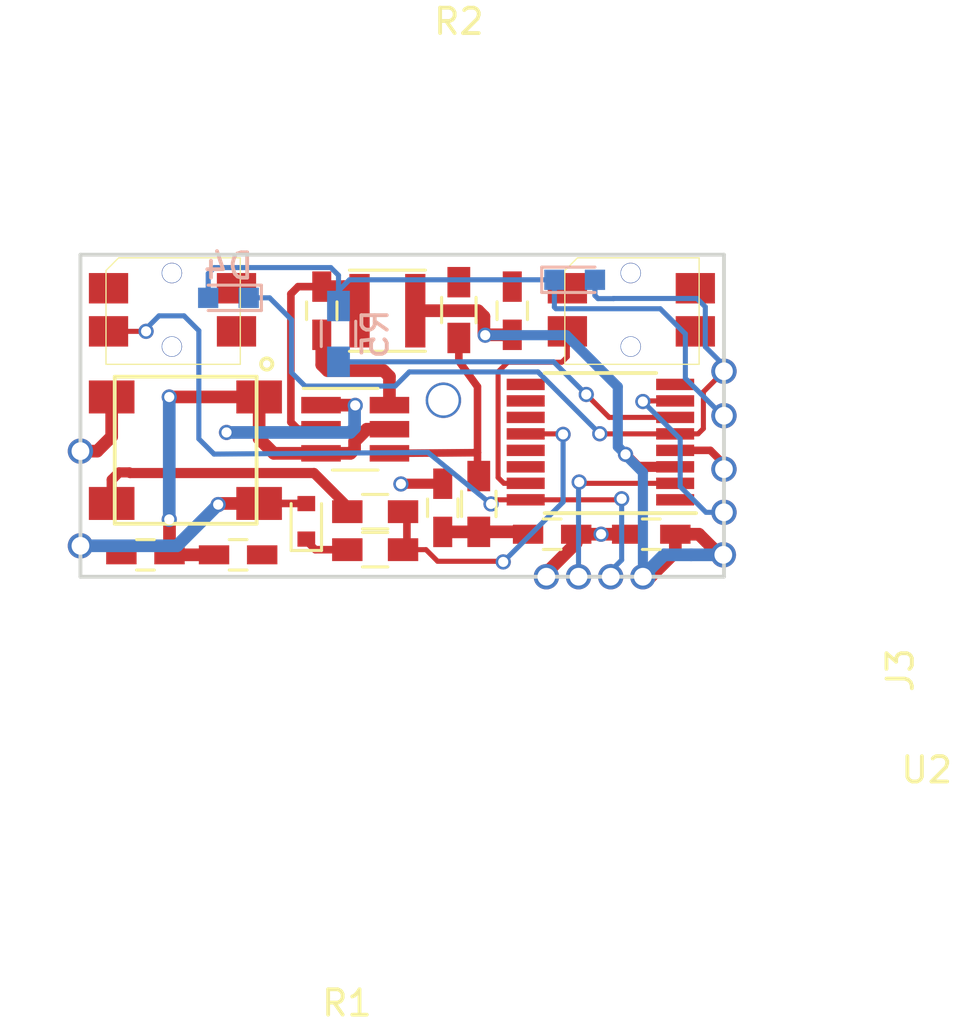
<source format=kicad_pcb>
(kicad_pcb (version 4) (host pcbnew 4.0.7)

  (general
    (links 49)
    (no_connects 11)
    (area 67.421448 51.2982 110.1406 92.0578)
    (thickness 1.6)
    (drawings 4)
    (tracks 218)
    (zones 0)
    (modules 30)
    (nets 25)
  )

  (page A4)
  (title_block
    (title "Turnout Controller")
    (rev "Version 2")
    (company iTeleTram)
  )

  (layers
    (0 F.Cu signal)
    (31 B.Cu signal)
    (32 B.Adhes user)
    (33 F.Adhes user)
    (34 B.Paste user)
    (35 F.Paste user)
    (36 B.SilkS user)
    (37 F.SilkS user)
    (38 B.Mask user)
    (39 F.Mask user)
    (40 Dwgs.User user)
    (41 Cmts.User user)
    (42 Eco1.User user)
    (43 Eco2.User user)
    (44 Edge.Cuts user)
    (45 Margin user)
    (46 B.CrtYd user)
    (47 F.CrtYd user)
    (48 B.Fab user)
    (49 F.Fab user)
  )

  (setup
    (last_trace_width 0.4)
    (user_trace_width 0.2)
    (user_trace_width 0.3)
    (user_trace_width 0.4)
    (user_trace_width 0.5)
    (user_trace_width 0.75)
    (user_trace_width 1)
    (trace_clearance 0.2)
    (zone_clearance 0.2)
    (zone_45_only no)
    (trace_min 0.2)
    (segment_width 0.2)
    (edge_width 0.15)
    (via_size 0.6)
    (via_drill 0.4)
    (via_min_size 0.4)
    (via_min_drill 0.3)
    (uvia_size 0.3)
    (uvia_drill 0.1)
    (uvias_allowed no)
    (uvia_min_size 0.2)
    (uvia_min_drill 0.1)
    (pcb_text_width 0.3)
    (pcb_text_size 1.5 1.5)
    (mod_edge_width 0.15)
    (mod_text_size 1 1)
    (mod_text_width 0.15)
    (pad_size 1.4 1.4)
    (pad_drill 1.2)
    (pad_to_mask_clearance 0.2)
    (aux_axis_origin 0 0)
    (visible_elements FFFEFF7F)
    (pcbplotparams
      (layerselection 0x00030_80000001)
      (usegerberextensions false)
      (excludeedgelayer true)
      (linewidth 0.100000)
      (plotframeref false)
      (viasonmask false)
      (mode 1)
      (useauxorigin false)
      (hpglpennumber 1)
      (hpglpenspeed 20)
      (hpglpendiameter 15)
      (hpglpenoverlay 2)
      (psnegative false)
      (psa4output false)
      (plotreference true)
      (plotvalue true)
      (plotinvisibletext false)
      (padsonsilk false)
      (subtractmaskfromsilk false)
      (outputformat 1)
      (mirror false)
      (drillshape 1)
      (scaleselection 1)
      (outputdirectory ""))
  )

  (net 0 "")
  (net 1 GND)
  (net 2 12V)
  (net 3 5V)
  (net 4 /DCC_A)
  (net 5 "Net-(D1-Pad1)")
  (net 6 /DCC_B)
  (net 7 /LED2)
  (net 8 /LED1)
  (net 9 /SWD_IO)
  (net 10 /KEY_UP)
  (net 11 "Net-(J4-Pad1)")
  (net 12 /DCC_IN)
  (net 13 /KEY_DN)
  (net 14 "Net-(U2-Pad1)")
  (net 15 "Net-(U2-Pad8)")
  (net 16 "Net-(U2-Pad9)")
  (net 17 "Net-(U2-Pad10)")
  (net 18 "Net-(U2-Pad11)")
  (net 19 "Net-(U2-Pad13)")
  (net 20 "Net-(U2-Pad14)")
  (net 21 "Net-(C2-Pad1)")
  (net 22 "Net-(C2-Pad2)")
  (net 23 "Net-(R3-Pad1)")
  (net 24 "Net-(R5-Pad1)")

  (net_class Default "This is the default net class."
    (clearance 0.2)
    (trace_width 0.25)
    (via_dia 0.6)
    (via_drill 0.4)
    (uvia_dia 0.3)
    (uvia_drill 0.1)
    (add_net /DCC_A)
    (add_net /DCC_B)
    (add_net /DCC_IN)
    (add_net /KEY_DN)
    (add_net /KEY_UP)
    (add_net /LED1)
    (add_net /LED2)
    (add_net /SWD_IO)
    (add_net 12V)
    (add_net 5V)
    (add_net GND)
    (add_net "Net-(C2-Pad1)")
    (add_net "Net-(C2-Pad2)")
    (add_net "Net-(D1-Pad1)")
    (add_net "Net-(J4-Pad1)")
    (add_net "Net-(R3-Pad1)")
    (add_net "Net-(R5-Pad1)")
    (add_net "Net-(U2-Pad1)")
    (add_net "Net-(U2-Pad10)")
    (add_net "Net-(U2-Pad11)")
    (add_net "Net-(U2-Pad13)")
    (add_net "Net-(U2-Pad14)")
    (add_net "Net-(U2-Pad8)")
    (add_net "Net-(U2-Pad9)")
  )

  (module Z4GP208-HF:Z4GP208-HF-SMD (layer F.Cu) (tedit 5B3E45A4) (tstamp 5B3B229A)
    (at 78.8924 71.6788 270)
    (path /59FF9951)
    (fp_text reference D2 (at -2.54 -0.8636 270) (layer F.SilkS) hide
      (effects (font (size 1 1) (thickness 0.15)))
    )
    (fp_text value CZ4GP208-HF (at -1.9 -5.8 270) (layer F.Fab) hide
      (effects (font (size 1 1) (thickness 0.15)))
    )
    (fp_circle (center -5.9 -4) (end -5.8 -3.8) (layer F.SilkS) (width 0.15))
    (fp_line (start 0.4 2) (end 0.4 -3.6) (layer F.SilkS) (width 0.15))
    (fp_line (start -5.4 2) (end -5.4 -3.6) (layer F.SilkS) (width 0.15))
    (fp_line (start -5.4 -3.6) (end 0.4 -3.6) (layer F.SilkS) (width 0.15))
    (fp_line (start 0.4 2) (end -5.4 2) (layer F.SilkS) (width 0.15))
    (pad 1 smd rect (at -4.6 -3.7 270) (size 1.3 1.8) (layers F.Cu F.Paste F.Mask)
      (net 2 12V))
    (pad 2 smd rect (at -0.4 -3.7 270) (size 1.3 1.8) (layers F.Cu F.Paste F.Mask)
      (net 4 /DCC_A))
    (pad 3 smd rect (at -4.6 2.12 270) (size 1.3 1.8) (layers F.Cu F.Paste F.Mask)
      (net 6 /DCC_B))
    (pad 4 smd rect (at -0.4 2.12 270) (size 1.3 1.8) (layers F.Cu F.Paste F.Mask)
      (net 1 GND))
  )

  (module LEDs:LED_0603 (layer B.Cu) (tedit 5B402E8A) (tstamp 5B3B22AF)
    (at 95.0468 62.4586)
    (descr "LED 0603 smd package")
    (tags "LED led 0603 SMD smd SMT smt smdled SMDLED smtled SMTLED")
    (path /5AA4A06E)
    (attr smd)
    (fp_text reference D3 (at 0 1.25) (layer B.SilkS) hide
      (effects (font (size 1 1) (thickness 0.15)) (justify mirror))
    )
    (fp_text value LED (at 0 -1.35) (layer B.Fab)
      (effects (font (size 1 1) (thickness 0.15)) (justify mirror))
    )
    (fp_line (start -1.3 0.5) (end -1.3 -0.5) (layer B.SilkS) (width 0.12))
    (fp_line (start -0.2 0.2) (end -0.2 -0.2) (layer B.Fab) (width 0.1))
    (fp_line (start -0.15 0) (end 0.15 0.2) (layer B.Fab) (width 0.1))
    (fp_line (start 0.15 -0.2) (end -0.15 0) (layer B.Fab) (width 0.1))
    (fp_line (start 0.15 0.2) (end 0.15 -0.2) (layer B.Fab) (width 0.1))
    (fp_line (start 0.8 -0.4) (end -0.8 -0.4) (layer B.Fab) (width 0.1))
    (fp_line (start 0.8 0.4) (end 0.8 -0.4) (layer B.Fab) (width 0.1))
    (fp_line (start -0.8 0.4) (end 0.8 0.4) (layer B.Fab) (width 0.1))
    (fp_line (start -0.8 -0.4) (end -0.8 0.4) (layer B.Fab) (width 0.1))
    (fp_line (start -1.3 -0.5) (end 0.8 -0.5) (layer B.SilkS) (width 0.12))
    (fp_line (start -1.3 0.5) (end 0.8 0.5) (layer B.SilkS) (width 0.12))
    (fp_line (start 1.45 0.65) (end 1.45 -0.65) (layer B.CrtYd) (width 0.05))
    (fp_line (start 1.45 -0.65) (end -1.45 -0.65) (layer B.CrtYd) (width 0.05))
    (fp_line (start -1.45 -0.65) (end -1.45 0.65) (layer B.CrtYd) (width 0.05))
    (fp_line (start -1.45 0.65) (end 1.45 0.65) (layer B.CrtYd) (width 0.05))
    (pad 2 smd rect (at 0.8 0 180) (size 0.8 0.8) (layers B.Cu B.Paste B.Mask)
      (net 7 /LED2))
    (pad 1 smd rect (at -0.8 0 180) (size 0.8 0.8) (layers B.Cu B.Paste B.Mask)
      (net 8 /LED1))
    (model ${KISYS3DMOD}/LEDs.3dshapes/LED_0603.wrl
      (at (xyz 0 0 0))
      (scale (xyz 1 1 1))
      (rotate (xyz 0 0 180))
    )
  )

  (module Capacitors_SMD:C_0603_HandSoldering (layer F.Cu) (tedit 5B3E474B) (tstamp 5B3B220F)
    (at 81.7626 73.3044 180)
    (descr "Capacitor SMD 0603, hand soldering")
    (tags "capacitor 0603")
    (path /5B314D35)
    (attr smd)
    (fp_text reference C1 (at 0 -1.25 180) (layer F.SilkS) hide
      (effects (font (size 1 1) (thickness 0.15)))
    )
    (fp_text value 22u (at 0 1.5 180) (layer F.Fab)
      (effects (font (size 1 1) (thickness 0.15)))
    )
    (fp_text user %R (at -0.0254 -0.0254 180) (layer F.Fab)
      (effects (font (size 0.5 0.5) (thickness 0.075)))
    )
    (fp_line (start -0.8 0.4) (end -0.8 -0.4) (layer F.Fab) (width 0.1))
    (fp_line (start 0.8 0.4) (end -0.8 0.4) (layer F.Fab) (width 0.1))
    (fp_line (start 0.8 -0.4) (end 0.8 0.4) (layer F.Fab) (width 0.1))
    (fp_line (start -0.8 -0.4) (end 0.8 -0.4) (layer F.Fab) (width 0.1))
    (fp_line (start -0.35 -0.6) (end 0.35 -0.6) (layer F.SilkS) (width 0.12))
    (fp_line (start 0.35 0.6) (end -0.35 0.6) (layer F.SilkS) (width 0.12))
    (fp_line (start -1.8 -0.65) (end 1.8 -0.65) (layer F.CrtYd) (width 0.05))
    (fp_line (start -1.8 -0.65) (end -1.8 0.65) (layer F.CrtYd) (width 0.05))
    (fp_line (start 1.8 0.65) (end 1.8 -0.65) (layer F.CrtYd) (width 0.05))
    (fp_line (start 1.8 0.65) (end -1.8 0.65) (layer F.CrtYd) (width 0.05))
    (pad 1 smd rect (at -0.95 0 180) (size 1.2 0.75) (layers F.Cu F.Paste F.Mask)
      (net 1 GND))
    (pad 2 smd rect (at 0.95 0 180) (size 1.2 0.75) (layers F.Cu F.Paste F.Mask)
      (net 2 12V))
    (model Capacitors_SMD.3dshapes/C_0603.wrl
      (at (xyz 0 0 0))
      (scale (xyz 1 1 1))
      (rotate (xyz 0 0 0))
    )
  )

  (module Capacitors_SMD:C_0603_HandSoldering (layer F.Cu) (tedit 5B3E473E) (tstamp 5B3B2220)
    (at 85.0646 63.6778 90)
    (descr "Capacitor SMD 0603, hand soldering")
    (tags "capacitor 0603")
    (path /5B3180BB)
    (attr smd)
    (fp_text reference C2 (at -1.6002 -1.4986 90) (layer F.SilkS) hide
      (effects (font (size 0.4 0.4) (thickness 0.075)))
    )
    (fp_text value 0.1u (at 0 1.5 90) (layer F.Fab) hide
      (effects (font (size 1 1) (thickness 0.15)))
    )
    (fp_text user %R (at 0 0.0508 90) (layer F.Fab)
      (effects (font (size 0.5 0.5) (thickness 0.075)))
    )
    (fp_line (start -0.8 0.4) (end -0.8 -0.4) (layer F.Fab) (width 0.1))
    (fp_line (start 0.8 0.4) (end -0.8 0.4) (layer F.Fab) (width 0.1))
    (fp_line (start 0.8 -0.4) (end 0.8 0.4) (layer F.Fab) (width 0.1))
    (fp_line (start -0.8 -0.4) (end 0.8 -0.4) (layer F.Fab) (width 0.1))
    (fp_line (start -0.35 -0.6) (end 0.35 -0.6) (layer F.SilkS) (width 0.12))
    (fp_line (start 0.35 0.6) (end -0.35 0.6) (layer F.SilkS) (width 0.12))
    (fp_line (start -1.8 -0.65) (end 1.8 -0.65) (layer F.CrtYd) (width 0.05))
    (fp_line (start -1.8 -0.65) (end -1.8 0.65) (layer F.CrtYd) (width 0.05))
    (fp_line (start 1.8 0.65) (end 1.8 -0.65) (layer F.CrtYd) (width 0.05))
    (fp_line (start 1.8 0.65) (end -1.8 0.65) (layer F.CrtYd) (width 0.05))
    (pad 1 smd rect (at -0.95 0 90) (size 1.2 0.75) (layers F.Cu F.Paste F.Mask)
      (net 21 "Net-(C2-Pad1)"))
    (pad 2 smd rect (at 0.95 0 90) (size 1.2 0.75) (layers F.Cu F.Paste F.Mask)
      (net 22 "Net-(C2-Pad2)"))
    (model Capacitors_SMD.3dshapes/C_0603.wrl
      (at (xyz 0 0 0))
      (scale (xyz 1 1 1))
      (rotate (xyz 0 0 0))
    )
  )

  (module Capacitors_SMD:C_0603_HandSoldering (layer F.Cu) (tedit 5B3E476F) (tstamp 5B3B2231)
    (at 92.583 63.6778 270)
    (descr "Capacitor SMD 0603, hand soldering")
    (tags "capacitor 0603")
    (path /5B317374)
    (attr smd)
    (fp_text reference C3 (at 0 -1.25 270) (layer F.SilkS) hide
      (effects (font (size 1 1) (thickness 0.15)))
    )
    (fp_text value 22u (at 0 1.5 270) (layer F.Fab)
      (effects (font (size 1 1) (thickness 0.15)))
    )
    (fp_text user %R (at 0.0762 0.0508 270) (layer F.Fab)
      (effects (font (size 0.5 0.5) (thickness 0.075)))
    )
    (fp_line (start -0.8 0.4) (end -0.8 -0.4) (layer F.Fab) (width 0.1))
    (fp_line (start 0.8 0.4) (end -0.8 0.4) (layer F.Fab) (width 0.1))
    (fp_line (start 0.8 -0.4) (end 0.8 0.4) (layer F.Fab) (width 0.1))
    (fp_line (start -0.8 -0.4) (end 0.8 -0.4) (layer F.Fab) (width 0.1))
    (fp_line (start -0.35 -0.6) (end 0.35 -0.6) (layer F.SilkS) (width 0.12))
    (fp_line (start 0.35 0.6) (end -0.35 0.6) (layer F.SilkS) (width 0.12))
    (fp_line (start -1.8 -0.65) (end 1.8 -0.65) (layer F.CrtYd) (width 0.05))
    (fp_line (start -1.8 -0.65) (end -1.8 0.65) (layer F.CrtYd) (width 0.05))
    (fp_line (start 1.8 0.65) (end 1.8 -0.65) (layer F.CrtYd) (width 0.05))
    (fp_line (start 1.8 0.65) (end -1.8 0.65) (layer F.CrtYd) (width 0.05))
    (pad 1 smd rect (at -0.95 0 270) (size 1.2 0.75) (layers F.Cu F.Paste F.Mask)
      (net 1 GND))
    (pad 2 smd rect (at 0.95 0 270) (size 1.2 0.75) (layers F.Cu F.Paste F.Mask)
      (net 3 5V))
    (model Capacitors_SMD.3dshapes/C_0603.wrl
      (at (xyz 0 0 0))
      (scale (xyz 1 1 1))
      (rotate (xyz 0 0 0))
    )
  )

  (module Capacitors_SMD:C_0603_HandSoldering (layer F.Cu) (tedit 5B3E4730) (tstamp 5B3B2242)
    (at 78.105 73.3044 180)
    (descr "Capacitor SMD 0603, hand soldering")
    (tags "capacitor 0603")
    (path /59FCCFEE)
    (attr smd)
    (fp_text reference C4 (at 0 -1.25 180) (layer F.SilkS) hide
      (effects (font (size 0.5 0.5) (thickness 0.125)))
    )
    (fp_text value 10u (at 0 1.5 180) (layer F.Fab)
      (effects (font (size 1 1) (thickness 0.15)))
    )
    (fp_text user %R (at -0.1016 0 180) (layer F.Fab)
      (effects (font (size 0.5 0.5) (thickness 0.075)))
    )
    (fp_line (start -0.8 0.4) (end -0.8 -0.4) (layer F.Fab) (width 0.1))
    (fp_line (start 0.8 0.4) (end -0.8 0.4) (layer F.Fab) (width 0.1))
    (fp_line (start 0.8 -0.4) (end 0.8 0.4) (layer F.Fab) (width 0.1))
    (fp_line (start -0.8 -0.4) (end 0.8 -0.4) (layer F.Fab) (width 0.1))
    (fp_line (start -0.35 -0.6) (end 0.35 -0.6) (layer F.SilkS) (width 0.12))
    (fp_line (start 0.35 0.6) (end -0.35 0.6) (layer F.SilkS) (width 0.12))
    (fp_line (start -1.8 -0.65) (end 1.8 -0.65) (layer F.CrtYd) (width 0.05))
    (fp_line (start -1.8 -0.65) (end -1.8 0.65) (layer F.CrtYd) (width 0.05))
    (fp_line (start 1.8 0.65) (end 1.8 -0.65) (layer F.CrtYd) (width 0.05))
    (fp_line (start 1.8 0.65) (end -1.8 0.65) (layer F.CrtYd) (width 0.05))
    (pad 1 smd rect (at -0.95 0 180) (size 1.2 0.75) (layers F.Cu F.Paste F.Mask)
      (net 2 12V))
    (pad 2 smd rect (at 0.95 0 180) (size 1.2 0.75) (layers F.Cu F.Paste F.Mask)
      (net 1 GND))
    (model Capacitors_SMD.3dshapes/C_0603.wrl
      (at (xyz 0 0 0))
      (scale (xyz 1 1 1))
      (rotate (xyz 0 0 0))
    )
  )

  (module Capacitors_SMD:C_0603_HandSoldering (layer F.Cu) (tedit 5B3E4704) (tstamp 5B3B2253)
    (at 94.1578 72.4916 180)
    (descr "Capacitor SMD 0603, hand soldering")
    (tags "capacitor 0603")
    (path /59FFDD6D)
    (attr smd)
    (fp_text reference C5 (at 0 -1.25 180) (layer F.SilkS) hide
      (effects (font (size 1 1) (thickness 0.15)))
    )
    (fp_text value 1u (at 0 1.5 180) (layer F.Fab)
      (effects (font (size 1 1) (thickness 0.15)))
    )
    (fp_text user %R (at 0.0762 -0.0254 180) (layer F.Fab)
      (effects (font (size 0.5 0.5) (thickness 0.075)))
    )
    (fp_line (start -0.8 0.4) (end -0.8 -0.4) (layer F.Fab) (width 0.1))
    (fp_line (start 0.8 0.4) (end -0.8 0.4) (layer F.Fab) (width 0.1))
    (fp_line (start 0.8 -0.4) (end 0.8 0.4) (layer F.Fab) (width 0.1))
    (fp_line (start -0.8 -0.4) (end 0.8 -0.4) (layer F.Fab) (width 0.1))
    (fp_line (start -0.35 -0.6) (end 0.35 -0.6) (layer F.SilkS) (width 0.12))
    (fp_line (start 0.35 0.6) (end -0.35 0.6) (layer F.SilkS) (width 0.12))
    (fp_line (start -1.8 -0.65) (end 1.8 -0.65) (layer F.CrtYd) (width 0.05))
    (fp_line (start -1.8 -0.65) (end -1.8 0.65) (layer F.CrtYd) (width 0.05))
    (fp_line (start 1.8 0.65) (end 1.8 -0.65) (layer F.CrtYd) (width 0.05))
    (fp_line (start 1.8 0.65) (end -1.8 0.65) (layer F.CrtYd) (width 0.05))
    (pad 1 smd rect (at -0.95 0 180) (size 1.2 0.75) (layers F.Cu F.Paste F.Mask)
      (net 1 GND))
    (pad 2 smd rect (at 0.95 0 180) (size 1.2 0.75) (layers F.Cu F.Paste F.Mask)
      (net 3 5V))
    (model Capacitors_SMD.3dshapes/C_0603.wrl
      (at (xyz 0 0 0))
      (scale (xyz 1 1 1))
      (rotate (xyz 0 0 0))
    )
  )

  (module Capacitors_SMD:C_0603_HandSoldering (layer F.Cu) (tedit 5B3E4721) (tstamp 5B3B2264)
    (at 89.8398 71.4502 270)
    (descr "Capacitor SMD 0603, hand soldering")
    (tags "capacitor 0603")
    (path /59FFDDB1)
    (attr smd)
    (fp_text reference C6 (at 0 -1.25 270) (layer F.SilkS) hide
      (effects (font (size 0.5 0.5) (thickness 0.125)))
    )
    (fp_text value 0.1u (at 0 1.5 270) (layer F.Fab)
      (effects (font (size 1 1) (thickness 0.15)))
    )
    (fp_text user %R (at 0.0762 0.0254 270) (layer F.Fab)
      (effects (font (size 0.5 0.5) (thickness 0.075)))
    )
    (fp_line (start -0.8 0.4) (end -0.8 -0.4) (layer F.Fab) (width 0.1))
    (fp_line (start 0.8 0.4) (end -0.8 0.4) (layer F.Fab) (width 0.1))
    (fp_line (start 0.8 -0.4) (end 0.8 0.4) (layer F.Fab) (width 0.1))
    (fp_line (start -0.8 -0.4) (end 0.8 -0.4) (layer F.Fab) (width 0.1))
    (fp_line (start -0.35 -0.6) (end 0.35 -0.6) (layer F.SilkS) (width 0.12))
    (fp_line (start 0.35 0.6) (end -0.35 0.6) (layer F.SilkS) (width 0.12))
    (fp_line (start -1.8 -0.65) (end 1.8 -0.65) (layer F.CrtYd) (width 0.05))
    (fp_line (start -1.8 -0.65) (end -1.8 0.65) (layer F.CrtYd) (width 0.05))
    (fp_line (start 1.8 0.65) (end 1.8 -0.65) (layer F.CrtYd) (width 0.05))
    (fp_line (start 1.8 0.65) (end -1.8 0.65) (layer F.CrtYd) (width 0.05))
    (pad 1 smd rect (at -0.95 0 270) (size 1.2 0.75) (layers F.Cu F.Paste F.Mask)
      (net 1 GND))
    (pad 2 smd rect (at 0.95 0 270) (size 1.2 0.75) (layers F.Cu F.Paste F.Mask)
      (net 3 5V))
    (model Capacitors_SMD.3dshapes/C_0603.wrl
      (at (xyz 0 0 0))
      (scale (xyz 1 1 1))
      (rotate (xyz 0 0 0))
    )
  )

  (module Capacitors_SMD:C_0603_HandSoldering (layer F.Cu) (tedit 5B3E4718) (tstamp 5B3B2275)
    (at 98.0694 72.4916 180)
    (descr "Capacitor SMD 0603, hand soldering")
    (tags "capacitor 0603")
    (path /5A1B4827)
    (attr smd)
    (fp_text reference C7 (at 0 -1.25 180) (layer F.SilkS) hide
      (effects (font (size 1 1) (thickness 0.15)))
    )
    (fp_text value 22u (at 0 1.5 180) (layer F.Fab)
      (effects (font (size 1 1) (thickness 0.15)))
    )
    (fp_text user %R (at -0.0762 0.0254 180) (layer F.Fab)
      (effects (font (size 0.5 0.5) (thickness 0.075)))
    )
    (fp_line (start -0.8 0.4) (end -0.8 -0.4) (layer F.Fab) (width 0.1))
    (fp_line (start 0.8 0.4) (end -0.8 0.4) (layer F.Fab) (width 0.1))
    (fp_line (start 0.8 -0.4) (end 0.8 0.4) (layer F.Fab) (width 0.1))
    (fp_line (start -0.8 -0.4) (end 0.8 -0.4) (layer F.Fab) (width 0.1))
    (fp_line (start -0.35 -0.6) (end 0.35 -0.6) (layer F.SilkS) (width 0.12))
    (fp_line (start 0.35 0.6) (end -0.35 0.6) (layer F.SilkS) (width 0.12))
    (fp_line (start -1.8 -0.65) (end 1.8 -0.65) (layer F.CrtYd) (width 0.05))
    (fp_line (start -1.8 -0.65) (end -1.8 0.65) (layer F.CrtYd) (width 0.05))
    (fp_line (start 1.8 0.65) (end 1.8 -0.65) (layer F.CrtYd) (width 0.05))
    (fp_line (start 1.8 0.65) (end -1.8 0.65) (layer F.CrtYd) (width 0.05))
    (pad 1 smd rect (at -0.95 0 180) (size 1.2 0.75) (layers F.Cu F.Paste F.Mask)
      (net 3 5V))
    (pad 2 smd rect (at 0.95 0 180) (size 1.2 0.75) (layers F.Cu F.Paste F.Mask)
      (net 1 GND))
    (model Capacitors_SMD.3dshapes/C_0603.wrl
      (at (xyz 0 0 0))
      (scale (xyz 1 1 1))
      (rotate (xyz 0 0 0))
    )
  )

  (module LEDs:LED_0603 (layer B.Cu) (tedit 5B3B2B67) (tstamp 5B3B22C4)
    (at 81.3816 63.1698 180)
    (descr "LED 0603 smd package")
    (tags "LED led 0603 SMD smd SMT smt smdled SMDLED smtled SMTLED")
    (path /5AA49FFB)
    (attr smd)
    (fp_text reference D4 (at 0 1.25 180) (layer B.SilkS)
      (effects (font (size 1 1) (thickness 0.15)) (justify mirror))
    )
    (fp_text value LED (at 0 -1.35 180) (layer B.Fab) hide
      (effects (font (size 1 1) (thickness 0.15)) (justify mirror))
    )
    (fp_line (start -1.3 0.5) (end -1.3 -0.5) (layer B.SilkS) (width 0.12))
    (fp_line (start -0.2 0.2) (end -0.2 -0.2) (layer B.Fab) (width 0.1))
    (fp_line (start -0.15 0) (end 0.15 0.2) (layer B.Fab) (width 0.1))
    (fp_line (start 0.15 -0.2) (end -0.15 0) (layer B.Fab) (width 0.1))
    (fp_line (start 0.15 0.2) (end 0.15 -0.2) (layer B.Fab) (width 0.1))
    (fp_line (start 0.8 -0.4) (end -0.8 -0.4) (layer B.Fab) (width 0.1))
    (fp_line (start 0.8 0.4) (end 0.8 -0.4) (layer B.Fab) (width 0.1))
    (fp_line (start -0.8 0.4) (end 0.8 0.4) (layer B.Fab) (width 0.1))
    (fp_line (start -0.8 -0.4) (end -0.8 0.4) (layer B.Fab) (width 0.1))
    (fp_line (start -1.3 -0.5) (end 0.8 -0.5) (layer B.SilkS) (width 0.12))
    (fp_line (start -1.3 0.5) (end 0.8 0.5) (layer B.SilkS) (width 0.12))
    (fp_line (start 1.45 0.65) (end 1.45 -0.65) (layer B.CrtYd) (width 0.05))
    (fp_line (start 1.45 -0.65) (end -1.45 -0.65) (layer B.CrtYd) (width 0.05))
    (fp_line (start -1.45 -0.65) (end -1.45 0.65) (layer B.CrtYd) (width 0.05))
    (fp_line (start -1.45 0.65) (end 1.45 0.65) (layer B.CrtYd) (width 0.05))
    (pad 2 smd rect (at 0.8 0) (size 0.8 0.8) (layers B.Cu B.Paste B.Mask)
      (net 8 /LED1))
    (pad 1 smd rect (at -0.8 0) (size 0.8 0.8) (layers B.Cu B.Paste B.Mask)
      (net 7 /LED2))
    (model ${KISYS3DMOD}/LEDs.3dshapes/LED_0603.wrl
      (at (xyz 0 0 0))
      (scale (xyz 1 1 1))
      (rotate (xyz 0 0 180))
    )
  )

  (module half-connectors:Socket_Strip_Straight_1x01_Pitch1.27mm_at_edge (layer F.Cu) (tedit 5AB45A87) (tstamp 5B3B22CA)
    (at 75.5396 72.9488)
    (descr "Through hole straight socket strip, 1x01, 1.27mm pitch, at edge")
    (tags "Through hole socket strip THT 1x01 1.27mm single row edge")
    (path /5AB47DEA)
    (fp_text reference J1 (at 0 -1.695) (layer F.SilkS) hide
      (effects (font (size 1 1) (thickness 0.15)))
    )
    (fp_text value DCC_A (at -5.5372 1.8796) (layer F.Fab) hide
      (effects (font (size 1 1) (thickness 0.15)))
    )
    (fp_text user %R (at 0 -1.695) (layer F.Fab) hide
      (effects (font (size 1 1) (thickness 0.15)))
    )
    (pad 1 thru_hole oval (at 0 0) (size 1 1) (drill 0.7) (layers *.Cu *.Mask)
      (net 4 /DCC_A))
    (model ${KISYS3DMOD}/Socket_Strips.3dshapes/Socket_Strip_Straight_1x02_Pitch1.27mm.wrl
      (at (xyz 0 0 0))
      (scale (xyz 1 1 1))
      (rotate (xyz 0 0 0))
    )
  )

  (module half-connectors:Socket_Strip_Straight_1x01_Pitch1.27mm_at_edge (layer F.Cu) (tedit 5AB45A87) (tstamp 5B3B22D0)
    (at 75.5396 69.215)
    (descr "Through hole straight socket strip, 1x01, 1.27mm pitch, at edge")
    (tags "Through hole socket strip THT 1x01 1.27mm single row edge")
    (path /5AB4815D)
    (fp_text reference J2 (at 0 -1.695) (layer F.SilkS) hide
      (effects (font (size 1 1) (thickness 0.15)))
    )
    (fp_text value DCC_B (at -5.5372 1.8796) (layer F.Fab) hide
      (effects (font (size 1 1) (thickness 0.15)))
    )
    (fp_text user %R (at 0 -1.695) (layer F.Fab) hide
      (effects (font (size 1 1) (thickness 0.15)))
    )
    (pad 1 thru_hole oval (at 0 0) (size 1 1) (drill 0.7) (layers *.Cu *.Mask)
      (net 6 /DCC_B))
    (model ${KISYS3DMOD}/Socket_Strips.3dshapes/Socket_Strip_Straight_1x02_Pitch1.27mm.wrl
      (at (xyz 0 0 0))
      (scale (xyz 1 1 1))
      (rotate (xyz 0 0 0))
    )
  )

  (module half-connectors:Socket_Strip_Straight_1x04_Pitch1.27mm_at_edge (layer F.Cu) (tedit 5B3B2D0B) (tstamp 5B3B22D9)
    (at 93.9292 74.168 90)
    (descr "Through hole straight socket strip, 1x04, 1.27mm pitch, single row, at edge")
    (tags "Through hole socket strip THT 1x04 1.27mm single row at edge")
    (path /5A77F62D)
    (fp_text reference J3 (at -3.683 13.97 90) (layer F.SilkS)
      (effects (font (size 1 1) (thickness 0.15)))
    )
    (fp_text value PROG (at -3.3782 2.286 180) (layer F.Fab) hide
      (effects (font (size 1 1) (thickness 0.15)))
    )
    (fp_text user %R (at 0 -1.695 90) (layer F.Fab) hide
      (effects (font (size 1 1) (thickness 0.15)))
    )
    (pad 1 thru_hole oval (at 0 0 90) (size 1 1) (drill 0.7) (layers *.Cu *.Mask)
      (net 1 GND))
    (pad 2 thru_hole oval (at 0 1.27 90) (size 1 1) (drill 0.7) (layers *.Cu *.Mask)
      (net 9 /SWD_IO))
    (pad 3 thru_hole oval (at 0 2.54 90) (size 1 1) (drill 0.7) (layers *.Cu *.Mask)
      (net 10 /KEY_UP))
    (pad 4 thru_hole oval (at 0 3.81 90) (size 1 1) (drill 0.7) (layers *.Cu *.Mask)
      (net 3 5V))
    (model ${KISYS3DMOD}/Socket_Strips.3dshapes/Socket_Strip_Straight_1x04_Pitch1.27mm.wrl
      (at (xyz 0 0 0))
      (scale (xyz 1 1 1))
      (rotate (xyz 0 0 0))
    )
  )

  (module half-connectors:Socket_Strip_Straight_1x01_Pitch1.27mm_at_edge (layer F.Cu) (tedit 5AB45A87) (tstamp 5B3B22DF)
    (at 100.9396 71.628)
    (descr "Through hole straight socket strip, 1x01, 1.27mm pitch, at edge")
    (tags "Through hole socket strip THT 1x01 1.27mm single row edge")
    (path /5AB2F44B)
    (fp_text reference J4 (at 0 -1.695) (layer F.SilkS) hide
      (effects (font (size 1 1) (thickness 0.15)))
    )
    (fp_text value MOT_CNTL (at -5.5372 1.8796) (layer F.Fab) hide
      (effects (font (size 1 1) (thickness 0.15)))
    )
    (fp_text user %R (at 0 -1.695) (layer F.Fab) hide
      (effects (font (size 1 1) (thickness 0.15)))
    )
    (pad 1 thru_hole oval (at 0 0) (size 1 1) (drill 0.7) (layers *.Cu *.Mask)
      (net 11 "Net-(J4-Pad1)"))
    (model ${KISYS3DMOD}/Socket_Strips.3dshapes/Socket_Strip_Straight_1x02_Pitch1.27mm.wrl
      (at (xyz 0 0 0))
      (scale (xyz 1 1 1))
      (rotate (xyz 0 0 0))
    )
  )

  (module half-connectors:Socket_Strip_Straight_1x01_Pitch1.27mm_at_edge (layer F.Cu) (tedit 5AB45A87) (tstamp 5B3B22E5)
    (at 100.9142 73.3044)
    (descr "Through hole straight socket strip, 1x01, 1.27mm pitch, at edge")
    (tags "Through hole socket strip THT 1x01 1.27mm single row edge")
    (path /5AB2F4C5)
    (fp_text reference J5 (at 0 -1.695) (layer F.SilkS) hide
      (effects (font (size 1 1) (thickness 0.15)))
    )
    (fp_text value MOT_POWER (at -5.5372 1.8796) (layer F.Fab) hide
      (effects (font (size 1 1) (thickness 0.15)))
    )
    (fp_text user %R (at 0 -1.695) (layer F.Fab) hide
      (effects (font (size 1 1) (thickness 0.15)))
    )
    (pad 1 thru_hole oval (at 0 0) (size 1 1) (drill 0.7) (layers *.Cu *.Mask)
      (net 3 5V))
    (model ${KISYS3DMOD}/Socket_Strips.3dshapes/Socket_Strip_Straight_1x02_Pitch1.27mm.wrl
      (at (xyz 0 0 0))
      (scale (xyz 1 1 1))
      (rotate (xyz 0 0 0))
    )
  )

  (module half-connectors:Socket_Strip_Straight_1x01_Pitch1.27mm_at_edge (layer F.Cu) (tedit 5AB45A87) (tstamp 5B3B22EB)
    (at 100.9396 69.9262)
    (descr "Through hole straight socket strip, 1x01, 1.27mm pitch, at edge")
    (tags "Through hole socket strip THT 1x01 1.27mm single row edge")
    (path /5AB2F530)
    (fp_text reference J6 (at 0 -1.695) (layer F.SilkS) hide
      (effects (font (size 1 1) (thickness 0.15)))
    )
    (fp_text value MOT_GND (at -5.5372 1.8796) (layer F.Fab) hide
      (effects (font (size 1 1) (thickness 0.15)))
    )
    (fp_text user %R (at 0 -1.695) (layer F.Fab) hide
      (effects (font (size 1 1) (thickness 0.15)))
    )
    (pad 1 thru_hole oval (at 0 0) (size 1 1) (drill 0.7) (layers *.Cu *.Mask)
      (net 1 GND))
    (model ${KISYS3DMOD}/Socket_Strips.3dshapes/Socket_Strip_Straight_1x02_Pitch1.27mm.wrl
      (at (xyz 0 0 0))
      (scale (xyz 1 1 1))
      (rotate (xyz 0 0 0))
    )
  )

  (module half-connectors:Socket_Strip_Straight_1x01_Pitch1.27mm_at_edge (layer F.Cu) (tedit 5AB45A87) (tstamp 5B3B22F1)
    (at 100.9396 67.818)
    (descr "Through hole straight socket strip, 1x01, 1.27mm pitch, at edge")
    (tags "Through hole socket strip THT 1x01 1.27mm single row edge")
    (path /5AB2F944)
    (fp_text reference J7 (at 0 -1.695) (layer F.SilkS) hide
      (effects (font (size 1 1) (thickness 0.15)))
    )
    (fp_text value LED_1 (at -5.5372 1.8796) (layer F.Fab) hide
      (effects (font (size 1 1) (thickness 0.15)))
    )
    (fp_text user %R (at 0 -1.695) (layer F.Fab) hide
      (effects (font (size 1 1) (thickness 0.15)))
    )
    (pad 1 thru_hole oval (at 0 0) (size 1 1) (drill 0.7) (layers *.Cu *.Mask)
      (net 8 /LED1))
    (model ${KISYS3DMOD}/Socket_Strips.3dshapes/Socket_Strip_Straight_1x02_Pitch1.27mm.wrl
      (at (xyz 0 0 0))
      (scale (xyz 1 1 1))
      (rotate (xyz 0 0 0))
    )
  )

  (module half-connectors:Socket_Strip_Straight_1x01_Pitch1.27mm_at_edge (layer F.Cu) (tedit 5AB45A87) (tstamp 5B3B22F7)
    (at 100.9396 66.0654)
    (descr "Through hole straight socket strip, 1x01, 1.27mm pitch, at edge")
    (tags "Through hole socket strip THT 1x01 1.27mm single row edge")
    (path /5AB2FA1F)
    (fp_text reference J8 (at 0 -1.695) (layer F.SilkS) hide
      (effects (font (size 1 1) (thickness 0.15)))
    )
    (fp_text value LED_2 (at -5.5372 1.8796) (layer F.Fab) hide
      (effects (font (size 1 1) (thickness 0.15)))
    )
    (fp_text user %R (at 0 -1.695) (layer F.Fab) hide
      (effects (font (size 1 1) (thickness 0.15)))
    )
    (pad 1 thru_hole oval (at 0 0) (size 1 1) (drill 0.7) (layers *.Cu *.Mask)
      (net 7 /LED2))
    (model ${KISYS3DMOD}/Socket_Strips.3dshapes/Socket_Strip_Straight_1x02_Pitch1.27mm.wrl
      (at (xyz 0 0 0))
      (scale (xyz 1 1 1))
      (rotate (xyz 0 0 0))
    )
  )

  (module Inductors_SMD:L_Taiyo-Yuden_NR-30xx (layer F.Cu) (tedit 5B3E4574) (tstamp 5B3B2310)
    (at 87.6554 63.6778)
    (descr "Inductor, Taiyo Yuden, NR series, Taiyo-Yuden_NR-30xx, 3.0mmx3.0mm")
    (tags "inductor taiyo-yuden nr smd")
    (path /5B3092F6)
    (attr smd)
    (fp_text reference L1 (at 0 -2.5) (layer F.SilkS) hide
      (effects (font (size 1 1) (thickness 0.15)))
    )
    (fp_text value 4.7u (at 0 3) (layer F.Fab)
      (effects (font (size 1 1) (thickness 0.15)))
    )
    (fp_text user %R (at 0 0) (layer F.Fab)
      (effects (font (size 0.7 0.7) (thickness 0.105)))
    )
    (fp_line (start -1.5 0) (end -1.5 -0.95) (layer F.Fab) (width 0.1))
    (fp_line (start -1.5 -0.95) (end -0.95 -1.5) (layer F.Fab) (width 0.1))
    (fp_line (start -0.95 -1.5) (end 0 -1.5) (layer F.Fab) (width 0.1))
    (fp_line (start 1.5 0) (end 1.5 -0.95) (layer F.Fab) (width 0.1))
    (fp_line (start 1.5 -0.95) (end 0.95 -1.5) (layer F.Fab) (width 0.1))
    (fp_line (start 0.95 -1.5) (end 0 -1.5) (layer F.Fab) (width 0.1))
    (fp_line (start 1.5 0) (end 1.5 0.95) (layer F.Fab) (width 0.1))
    (fp_line (start 1.5 0.95) (end 0.95 1.5) (layer F.Fab) (width 0.1))
    (fp_line (start 0.95 1.5) (end 0 1.5) (layer F.Fab) (width 0.1))
    (fp_line (start -1.5 0) (end -1.5 0.95) (layer F.Fab) (width 0.1))
    (fp_line (start -1.5 0.95) (end -0.95 1.5) (layer F.Fab) (width 0.1))
    (fp_line (start -0.95 1.5) (end 0 1.5) (layer F.Fab) (width 0.1))
    (fp_line (start -1.5 -1.6) (end 1.5 -1.6) (layer F.SilkS) (width 0.12))
    (fp_line (start -1.5 1.6) (end 1.5 1.6) (layer F.SilkS) (width 0.12))
    (fp_line (start -1.8 -1.8) (end -1.8 1.8) (layer F.CrtYd) (width 0.05))
    (fp_line (start -1.8 1.8) (end 1.8 1.8) (layer F.CrtYd) (width 0.05))
    (fp_line (start 1.8 1.8) (end 1.8 -1.8) (layer F.CrtYd) (width 0.05))
    (fp_line (start 1.8 -1.8) (end -1.8 -1.8) (layer F.CrtYd) (width 0.05))
    (pad 1 smd rect (at -1.1 0) (size 0.8 2.9) (layers F.Cu F.Paste F.Mask)
      (net 22 "Net-(C2-Pad2)"))
    (pad 2 smd rect (at 1.1 0) (size 0.8 2.9) (layers F.Cu F.Paste F.Mask)
      (net 3 5V))
    (model ${KISYS3DMOD}/Inductors_SMD.3dshapes/L_Taiyo-Yuden_NR-30xx.wrl
      (at (xyz 0 0 0))
      (scale (xyz 1 1 1))
      (rotate (xyz 0 0 0))
    )
  )

  (module Resistors_SMD:R_0603_HandSoldering (layer F.Cu) (tedit 5B3B2D06) (tstamp 5B3B2321)
    (at 87.1728 71.6026 180)
    (descr "Resistor SMD 0603, hand soldering")
    (tags "resistor 0603")
    (path /5A1338DD)
    (attr smd)
    (fp_text reference R2 (at -3.302 19.3294 180) (layer F.SilkS)
      (effects (font (size 1 1) (thickness 0.15)))
    )
    (fp_text value 4.7K (at 0 1.55 180) (layer F.Fab) hide
      (effects (font (size 1 1) (thickness 0.15)))
    )
    (fp_text user %R (at 0 0 180) (layer F.Fab)
      (effects (font (size 0.4 0.4) (thickness 0.075)))
    )
    (fp_line (start -0.8 0.4) (end -0.8 -0.4) (layer F.Fab) (width 0.1))
    (fp_line (start 0.8 0.4) (end -0.8 0.4) (layer F.Fab) (width 0.1))
    (fp_line (start 0.8 -0.4) (end 0.8 0.4) (layer F.Fab) (width 0.1))
    (fp_line (start -0.8 -0.4) (end 0.8 -0.4) (layer F.Fab) (width 0.1))
    (fp_line (start 0.5 0.68) (end -0.5 0.68) (layer F.SilkS) (width 0.12))
    (fp_line (start -0.5 -0.68) (end 0.5 -0.68) (layer F.SilkS) (width 0.12))
    (fp_line (start -1.96 -0.7) (end 1.95 -0.7) (layer F.CrtYd) (width 0.05))
    (fp_line (start -1.96 -0.7) (end -1.96 0.7) (layer F.CrtYd) (width 0.05))
    (fp_line (start 1.95 0.7) (end 1.95 -0.7) (layer F.CrtYd) (width 0.05))
    (fp_line (start 1.95 0.7) (end -1.96 0.7) (layer F.CrtYd) (width 0.05))
    (pad 1 smd rect (at -1.1 0 180) (size 1.2 0.9) (layers F.Cu F.Paste F.Mask)
      (net 12 /DCC_IN))
    (pad 2 smd rect (at 1.1 0 180) (size 1.2 0.9) (layers F.Cu F.Paste F.Mask)
      (net 1 GND))
    (model ${KISYS3DMOD}/Resistors_SMD.3dshapes/R_0603.wrl
      (at (xyz 0 0 0))
      (scale (xyz 1 1 1))
      (rotate (xyz 0 0 0))
    )
  )

  (module Resistors_SMD:R_0603_HandSoldering (layer F.Cu) (tedit 5B3BE8C5) (tstamp 5B3B2332)
    (at 90.4748 63.6524 90)
    (descr "Resistor SMD 0603, hand soldering")
    (tags "resistor 0603")
    (path /5B307DC3)
    (attr smd)
    (fp_text reference R3 (at 0 -1.45 90) (layer F.SilkS) hide
      (effects (font (size 1 1) (thickness 0.15)))
    )
    (fp_text value 10K (at 0 1.55 90) (layer F.Fab)
      (effects (font (size 1 1) (thickness 0.15)))
    )
    (fp_text user %R (at 0 0 90) (layer F.Fab)
      (effects (font (size 0.4 0.4) (thickness 0.075)))
    )
    (fp_line (start -0.8 0.4) (end -0.8 -0.4) (layer F.Fab) (width 0.1))
    (fp_line (start 0.8 0.4) (end -0.8 0.4) (layer F.Fab) (width 0.1))
    (fp_line (start 0.8 -0.4) (end 0.8 0.4) (layer F.Fab) (width 0.1))
    (fp_line (start -0.8 -0.4) (end 0.8 -0.4) (layer F.Fab) (width 0.1))
    (fp_line (start 0.5 0.68) (end -0.5 0.68) (layer F.SilkS) (width 0.12))
    (fp_line (start -0.5 -0.68) (end 0.5 -0.68) (layer F.SilkS) (width 0.12))
    (fp_line (start -1.96 -0.7) (end 1.95 -0.7) (layer F.CrtYd) (width 0.05))
    (fp_line (start -1.96 -0.7) (end -1.96 0.7) (layer F.CrtYd) (width 0.05))
    (fp_line (start 1.95 0.7) (end 1.95 -0.7) (layer F.CrtYd) (width 0.05))
    (fp_line (start 1.95 0.7) (end -1.96 0.7) (layer F.CrtYd) (width 0.05))
    (pad 1 smd rect (at -1.1 0 90) (size 1.2 0.9) (layers F.Cu F.Paste F.Mask)
      (net 23 "Net-(R3-Pad1)"))
    (pad 2 smd rect (at 1.1 0 90) (size 1.2 0.9) (layers F.Cu F.Paste F.Mask)
      (net 1 GND))
    (model ${KISYS3DMOD}/Resistors_SMD.3dshapes/R_0603.wrl
      (at (xyz 0 0 0))
      (scale (xyz 1 1 1))
      (rotate (xyz 0 0 0))
    )
  )

  (module Resistors_SMD:R_0603_HandSoldering (layer F.Cu) (tedit 5B3BE8AC) (tstamp 5B3B2343)
    (at 91.2622 71.2978 270)
    (descr "Resistor SMD 0603, hand soldering")
    (tags "resistor 0603")
    (path /5B308482)
    (attr smd)
    (fp_text reference R4 (at -0.228801 -1.5238 270) (layer F.SilkS) hide
      (effects (font (size 1 1) (thickness 0.15)))
    )
    (fp_text value 54.9K (at 0 1.55 270) (layer F.Fab)
      (effects (font (size 1 1) (thickness 0.15)))
    )
    (fp_text user %R (at 0 0 270) (layer F.Fab)
      (effects (font (size 0.4 0.4) (thickness 0.075)))
    )
    (fp_line (start -0.8 0.4) (end -0.8 -0.4) (layer F.Fab) (width 0.1))
    (fp_line (start 0.8 0.4) (end -0.8 0.4) (layer F.Fab) (width 0.1))
    (fp_line (start 0.8 -0.4) (end 0.8 0.4) (layer F.Fab) (width 0.1))
    (fp_line (start -0.8 -0.4) (end 0.8 -0.4) (layer F.Fab) (width 0.1))
    (fp_line (start 0.5 0.68) (end -0.5 0.68) (layer F.SilkS) (width 0.12))
    (fp_line (start -0.5 -0.68) (end 0.5 -0.68) (layer F.SilkS) (width 0.12))
    (fp_line (start -1.96 -0.7) (end 1.95 -0.7) (layer F.CrtYd) (width 0.05))
    (fp_line (start -1.96 -0.7) (end -1.96 0.7) (layer F.CrtYd) (width 0.05))
    (fp_line (start 1.95 0.7) (end 1.95 -0.7) (layer F.CrtYd) (width 0.05))
    (fp_line (start 1.95 0.7) (end -1.96 0.7) (layer F.CrtYd) (width 0.05))
    (pad 1 smd rect (at -1.1 0 270) (size 1.2 0.9) (layers F.Cu F.Paste F.Mask)
      (net 23 "Net-(R3-Pad1)"))
    (pad 2 smd rect (at 1.1 0 270) (size 1.2 0.9) (layers F.Cu F.Paste F.Mask)
      (net 3 5V))
    (model ${KISYS3DMOD}/Resistors_SMD.3dshapes/R_0603.wrl
      (at (xyz 0 0 0))
      (scale (xyz 1 1 1))
      (rotate (xyz 0 0 0))
    )
  )

  (module Resistors_SMD:R_0603_HandSoldering (layer B.Cu) (tedit 58E0A804) (tstamp 5B3B2354)
    (at 85.725 64.5922 90)
    (descr "Resistor SMD 0603, hand soldering")
    (tags "resistor 0603")
    (path /5A1324E5)
    (attr smd)
    (fp_text reference R5 (at 0 1.45 90) (layer B.SilkS)
      (effects (font (size 1 1) (thickness 0.15)) (justify mirror))
    )
    (fp_text value 400 (at 0 -1.55 90) (layer B.Fab)
      (effects (font (size 1 1) (thickness 0.15)) (justify mirror))
    )
    (fp_text user %R (at 0 0 90) (layer B.Fab)
      (effects (font (size 0.4 0.4) (thickness 0.075)) (justify mirror))
    )
    (fp_line (start -0.8 -0.4) (end -0.8 0.4) (layer B.Fab) (width 0.1))
    (fp_line (start 0.8 -0.4) (end -0.8 -0.4) (layer B.Fab) (width 0.1))
    (fp_line (start 0.8 0.4) (end 0.8 -0.4) (layer B.Fab) (width 0.1))
    (fp_line (start -0.8 0.4) (end 0.8 0.4) (layer B.Fab) (width 0.1))
    (fp_line (start 0.5 -0.68) (end -0.5 -0.68) (layer B.SilkS) (width 0.12))
    (fp_line (start -0.5 0.68) (end 0.5 0.68) (layer B.SilkS) (width 0.12))
    (fp_line (start -1.96 0.7) (end 1.95 0.7) (layer B.CrtYd) (width 0.05))
    (fp_line (start -1.96 0.7) (end -1.96 -0.7) (layer B.CrtYd) (width 0.05))
    (fp_line (start 1.95 -0.7) (end 1.95 0.7) (layer B.CrtYd) (width 0.05))
    (fp_line (start 1.95 -0.7) (end -1.96 -0.7) (layer B.CrtYd) (width 0.05))
    (pad 1 smd rect (at -1.1 0 90) (size 1.2 0.9) (layers B.Cu B.Paste B.Mask)
      (net 24 "Net-(R5-Pad1)"))
    (pad 2 smd rect (at 1.1 0 90) (size 1.2 0.9) (layers B.Cu B.Paste B.Mask)
      (net 8 /LED1))
    (model ${KISYS3DMOD}/Resistors_SMD.3dshapes/R_0603.wrl
      (at (xyz 0 0 0))
      (scale (xyz 1 1 1))
      (rotate (xyz 0 0 0))
    )
  )

  (module tt_buttons:HTB1-Button (layer F.Cu) (tedit 5B2DD959) (tstamp 5B3B2374)
    (at 80.8482 61.3918)
    (path /5A1B3D6F)
    (fp_text reference SW1 (at 0.3 6.8) (layer F.SilkS) hide
      (effects (font (size 1 1) (thickness 0.15)))
    )
    (fp_text value SW_Push (at -1.016 -1.5494) (layer F.Fab) hide
      (effects (font (size 1 1) (thickness 0.15)))
    )
    (fp_line (start -3.8 0.2) (end 1 0.2) (layer F.SilkS) (width 0.05))
    (fp_line (start -4.3 0.7) (end -4.3 4.4) (layer F.SilkS) (width 0.05))
    (fp_line (start -4.3 0.7) (end -3.8 0.2) (layer F.SilkS) (width 0.05))
    (fp_line (start 1 0.2) (end 1 4.4) (layer F.SilkS) (width 0.05))
    (fp_line (start 1 4.4) (end -4.3 4.4) (layer F.SilkS) (width 0.05))
    (pad "" np_thru_hole circle (at -1.7 3.7) (size 0.8 0.8) (drill 0.76) (layers *.Cu *.Mask))
    (pad 1 smd rect (at -4.2 1.4) (size 1.55 1.2) (layers F.Cu F.Paste F.Mask)
      (net 1 GND))
    (pad 2 smd rect (at -4.2 3.1) (size 1.55 1.2) (layers F.Cu F.Paste F.Mask)
      (net 10 /KEY_UP))
    (pad 3 smd rect (at 0.85 1.4) (size 1.55 1.2) (layers F.Cu F.Paste F.Mask))
    (pad 4 smd rect (at 0.85 3.1) (size 1.55 1.2) (layers F.Cu F.Paste F.Mask))
    (pad "" np_thru_hole circle (at -1.7 0.8) (size 0.8 0.8) (drill 0.76) (layers *.Cu *.Mask))
  )

  (module tt_buttons:HTB1-Button (layer F.Cu) (tedit 5B2DD959) (tstamp 5B3B2383)
    (at 98.9584 61.3918)
    (path /5A1C72E9)
    (fp_text reference SW2 (at 0.3 6.8) (layer F.SilkS) hide
      (effects (font (size 1 1) (thickness 0.15)))
    )
    (fp_text value SW_Push (at -1.016 -1.5494) (layer F.Fab) hide
      (effects (font (size 1 1) (thickness 0.15)))
    )
    (fp_line (start -3.8 0.2) (end 1 0.2) (layer F.SilkS) (width 0.05))
    (fp_line (start -4.3 0.7) (end -4.3 4.4) (layer F.SilkS) (width 0.05))
    (fp_line (start -4.3 0.7) (end -3.8 0.2) (layer F.SilkS) (width 0.05))
    (fp_line (start 1 0.2) (end 1 4.4) (layer F.SilkS) (width 0.05))
    (fp_line (start 1 4.4) (end -4.3 4.4) (layer F.SilkS) (width 0.05))
    (pad "" np_thru_hole circle (at -1.7 3.7) (size 0.8 0.8) (drill 0.76) (layers *.Cu *.Mask))
    (pad 1 smd rect (at -4.2 1.4) (size 1.55 1.2) (layers F.Cu F.Paste F.Mask)
      (net 1 GND))
    (pad 2 smd rect (at -4.2 3.1) (size 1.55 1.2) (layers F.Cu F.Paste F.Mask)
      (net 13 /KEY_DN))
    (pad 3 smd rect (at 0.85 1.4) (size 1.55 1.2) (layers F.Cu F.Paste F.Mask))
    (pad 4 smd rect (at 0.85 3.1) (size 1.55 1.2) (layers F.Cu F.Paste F.Mask))
    (pad "" np_thru_hole circle (at -1.7 0.8) (size 0.8 0.8) (drill 0.76) (layers *.Cu *.Mask))
  )

  (module TO_SOT_Packages_SMD:SOT-23-6_Handsoldering (layer F.Cu) (tedit 5B3E4766) (tstamp 5B3B2399)
    (at 86.3854 68.3514)
    (descr "6-pin SOT-23 package, Handsoldering")
    (tags "SOT-23-6 Handsoldering")
    (path /5B306E6C)
    (attr smd)
    (fp_text reference U1 (at 0 0.0508) (layer F.SilkS) hide
      (effects (font (size 0.5 0.5) (thickness 0.125)))
    )
    (fp_text value TPS561201 (at 0 2.9) (layer F.Fab) hide
      (effects (font (size 1 1) (thickness 0.15)))
    )
    (fp_text user %R (at 0 0 90) (layer F.Fab)
      (effects (font (size 0.5 0.5) (thickness 0.075)))
    )
    (fp_line (start -0.9 1.61) (end 0.9 1.61) (layer F.SilkS) (width 0.12))
    (fp_line (start 0.9 -1.61) (end -2.05 -1.61) (layer F.SilkS) (width 0.12))
    (fp_line (start -2.4 1.8) (end -2.4 -1.8) (layer F.CrtYd) (width 0.05))
    (fp_line (start 2.4 1.8) (end -2.4 1.8) (layer F.CrtYd) (width 0.05))
    (fp_line (start 2.4 -1.8) (end 2.4 1.8) (layer F.CrtYd) (width 0.05))
    (fp_line (start -2.4 -1.8) (end 2.4 -1.8) (layer F.CrtYd) (width 0.05))
    (fp_line (start -0.9 -0.9) (end -0.25 -1.55) (layer F.Fab) (width 0.1))
    (fp_line (start 0.9 -1.55) (end -0.25 -1.55) (layer F.Fab) (width 0.1))
    (fp_line (start -0.9 -0.9) (end -0.9 1.55) (layer F.Fab) (width 0.1))
    (fp_line (start 0.9 1.55) (end -0.9 1.55) (layer F.Fab) (width 0.1))
    (fp_line (start 0.9 -1.55) (end 0.9 1.55) (layer F.Fab) (width 0.1))
    (pad 1 smd rect (at -1.35 -0.95) (size 1.56 0.65) (layers F.Cu F.Paste F.Mask)
      (net 1 GND))
    (pad 2 smd rect (at -1.35 0) (size 1.56 0.65) (layers F.Cu F.Paste F.Mask)
      (net 22 "Net-(C2-Pad2)"))
    (pad 3 smd rect (at -1.35 0.95) (size 1.56 0.65) (layers F.Cu F.Paste F.Mask)
      (net 2 12V))
    (pad 4 smd rect (at 1.35 0.95) (size 1.56 0.65) (layers F.Cu F.Paste F.Mask)
      (net 23 "Net-(R3-Pad1)"))
    (pad 6 smd rect (at 1.35 -0.95) (size 1.56 0.65) (layers F.Cu F.Paste F.Mask)
      (net 21 "Net-(C2-Pad1)"))
    (pad 5 smd rect (at 1.35 0) (size 1.56 0.65) (layers F.Cu F.Paste F.Mask)
      (net 2 12V))
    (model ${KISYS3DMOD}/TO_SOT_Packages_SMD.3dshapes/SOT-23-6.wrl
      (at (xyz 0 0 0))
      (scale (xyz 1 1 1))
      (rotate (xyz 0 0 0))
    )
  )

  (module Housings_SSOP:TSSOP-16_4.4x5mm_Pitch0.65mm (layer F.Cu) (tedit 5B3B2D57) (tstamp 5B3B23B9)
    (at 96.0628 68.8594 180)
    (descr "16-Lead Plastic Thin Shrink Small Outline (ST)-4.4 mm Body [TSSOP] (see Microchip Packaging Specification 00000049BS.pdf)")
    (tags "SSOP 0.65")
    (path /5A1255A7)
    (attr smd)
    (fp_text reference U2 (at -12.8778 -12.9286 180) (layer F.SilkS)
      (effects (font (size 1 1) (thickness 0.15)))
    )
    (fp_text value MKE04P24M48SF0 (at 0 3.55 180) (layer F.Fab) hide
      (effects (font (size 1 1) (thickness 0.15)))
    )
    (fp_line (start -1.2 -2.5) (end 2.2 -2.5) (layer F.Fab) (width 0.15))
    (fp_line (start 2.2 -2.5) (end 2.2 2.5) (layer F.Fab) (width 0.15))
    (fp_line (start 2.2 2.5) (end -2.2 2.5) (layer F.Fab) (width 0.15))
    (fp_line (start -2.2 2.5) (end -2.2 -1.5) (layer F.Fab) (width 0.15))
    (fp_line (start -2.2 -1.5) (end -1.2 -2.5) (layer F.Fab) (width 0.15))
    (fp_line (start -3.95 -2.9) (end -3.95 2.8) (layer F.CrtYd) (width 0.05))
    (fp_line (start 3.95 -2.9) (end 3.95 2.8) (layer F.CrtYd) (width 0.05))
    (fp_line (start -3.95 -2.9) (end 3.95 -2.9) (layer F.CrtYd) (width 0.05))
    (fp_line (start -3.95 2.8) (end 3.95 2.8) (layer F.CrtYd) (width 0.05))
    (fp_line (start -2.2 2.725) (end 2.2 2.725) (layer F.SilkS) (width 0.15))
    (fp_line (start -3.775 -2.8) (end 2.2 -2.8) (layer F.SilkS) (width 0.15))
    (fp_text user %R (at 0 0 180) (layer F.Fab)
      (effects (font (size 0.8 0.8) (thickness 0.15)))
    )
    (pad 1 smd rect (at -2.95 -2.275 180) (size 1.5 0.45) (layers F.Cu F.Paste F.Mask)
      (net 14 "Net-(U2-Pad1)"))
    (pad 2 smd rect (at -2.95 -1.625 180) (size 1.5 0.45) (layers F.Cu F.Paste F.Mask)
      (net 9 /SWD_IO))
    (pad 3 smd rect (at -2.95 -0.975 180) (size 1.5 0.45) (layers F.Cu F.Paste F.Mask)
      (net 3 5V))
    (pad 4 smd rect (at -2.95 -0.325 180) (size 1.5 0.45) (layers F.Cu F.Paste F.Mask)
      (net 1 GND))
    (pad 5 smd rect (at -2.95 0.325 180) (size 1.5 0.45) (layers F.Cu F.Paste F.Mask)
      (net 7 /LED2))
    (pad 6 smd rect (at -2.95 0.975 180) (size 1.5 0.45) (layers F.Cu F.Paste F.Mask)
      (net 24 "Net-(R5-Pad1)"))
    (pad 7 smd rect (at -2.95 1.625 180) (size 1.5 0.45) (layers F.Cu F.Paste F.Mask)
      (net 11 "Net-(J4-Pad1)"))
    (pad 8 smd rect (at -2.95 2.275 180) (size 1.5 0.45) (layers F.Cu F.Paste F.Mask)
      (net 15 "Net-(U2-Pad8)"))
    (pad 9 smd rect (at 2.95 2.275 180) (size 1.5 0.45) (layers F.Cu F.Paste F.Mask)
      (net 16 "Net-(U2-Pad9)"))
    (pad 10 smd rect (at 2.95 1.625 180) (size 1.5 0.45) (layers F.Cu F.Paste F.Mask)
      (net 17 "Net-(U2-Pad10)"))
    (pad 11 smd rect (at 2.95 0.975 180) (size 1.5 0.45) (layers F.Cu F.Paste F.Mask)
      (net 18 "Net-(U2-Pad11)"))
    (pad 12 smd rect (at 2.95 0.325 180) (size 1.5 0.45) (layers F.Cu F.Paste F.Mask)
      (net 12 /DCC_IN))
    (pad 13 smd rect (at 2.95 -0.325 180) (size 1.5 0.45) (layers F.Cu F.Paste F.Mask)
      (net 19 "Net-(U2-Pad13)"))
    (pad 14 smd rect (at 2.95 -0.975 180) (size 1.5 0.45) (layers F.Cu F.Paste F.Mask)
      (net 20 "Net-(U2-Pad14)"))
    (pad 15 smd rect (at 2.95 -1.625 180) (size 1.5 0.45) (layers F.Cu F.Paste F.Mask)
      (net 13 /KEY_DN))
    (pad 16 smd rect (at 2.95 -2.275 180) (size 1.5 0.45) (layers F.Cu F.Paste F.Mask)
      (net 10 /KEY_UP))
    (model ${KISYS3DMOD}/Housings_SSOP.3dshapes/TSSOP-16_4.4x5mm_Pitch0.65mm.wrl
      (at (xyz 0 0 0))
      (scale (xyz 1 1 1))
      (rotate (xyz 0 0 0))
    )
  )

  (module Resistors_SMD:R_0603_HandSoldering (layer F.Cu) (tedit 5B3E46F6) (tstamp 5B3B2BFC)
    (at 87.1728 73.1012)
    (descr "Resistor SMD 0603, hand soldering")
    (tags "resistor 0603")
    (path /5A133968)
    (attr smd)
    (fp_text reference R1 (at -1.1176 17.8816) (layer F.SilkS)
      (effects (font (size 1 1) (thickness 0.15)))
    )
    (fp_text value 10K (at 0 1.55) (layer F.Fab) hide
      (effects (font (size 1 1) (thickness 0.15)))
    )
    (fp_text user %R (at 0 0) (layer F.Fab)
      (effects (font (size 0.4 0.4) (thickness 0.075)))
    )
    (fp_line (start -0.8 0.4) (end -0.8 -0.4) (layer F.Fab) (width 0.1))
    (fp_line (start 0.8 0.4) (end -0.8 0.4) (layer F.Fab) (width 0.1))
    (fp_line (start 0.8 -0.4) (end 0.8 0.4) (layer F.Fab) (width 0.1))
    (fp_line (start -0.8 -0.4) (end 0.8 -0.4) (layer F.Fab) (width 0.1))
    (fp_line (start 0.5 0.68) (end -0.5 0.68) (layer F.SilkS) (width 0.12))
    (fp_line (start -0.5 -0.68) (end 0.5 -0.68) (layer F.SilkS) (width 0.12))
    (fp_line (start -1.96 -0.7) (end 1.95 -0.7) (layer F.CrtYd) (width 0.05))
    (fp_line (start -1.96 -0.7) (end -1.96 0.7) (layer F.CrtYd) (width 0.05))
    (fp_line (start 1.95 0.7) (end 1.95 -0.7) (layer F.CrtYd) (width 0.05))
    (fp_line (start 1.95 0.7) (end -1.96 0.7) (layer F.CrtYd) (width 0.05))
    (pad 1 smd rect (at -1.1 0) (size 1.2 0.9) (layers F.Cu F.Paste F.Mask)
      (net 5 "Net-(D1-Pad1)"))
    (pad 2 smd rect (at 1.1 0) (size 1.2 0.9) (layers F.Cu F.Paste F.Mask)
      (net 12 /DCC_IN))
    (model ${KISYS3DMOD}/Resistors_SMD.3dshapes/R_0603.wrl
      (at (xyz 0 0 0))
      (scale (xyz 1 1 1))
      (rotate (xyz 0 0 0))
    )
  )

  (module tt_mounting:MountingHole_1.2mm (layer F.Cu) (tedit 5B3F0E71) (tstamp 5B3F0E1F)
    (at 89.8652 67.2084)
    (descr "Mounting Hole 1.2mm, no annular")
    (tags "mounting hole 1.2mm no annular")
    (attr virtual)
    (fp_text reference REF** (at 0 -3.5) (layer F.SilkS) hide
      (effects (font (size 1 1) (thickness 0.15)))
    )
    (fp_text value MountingHole_1.2mm (at 0 3.5) (layer F.Fab)
      (effects (font (size 1.2 1.2) (thickness 0.15)))
    )
    (pad "" np_thru_hole circle (at 0 0) (size 1.4 1.4) (drill 1.2) (layers *.Cu *.Mask))
  )

  (module Diodes_SMD:D_SOD-523 (layer F.Cu) (tedit 5B401E4E) (tstamp 5B401E68)
    (at 84.455 71.9836 90)
    (descr "http://www.diodes.com/datasheets/ap02001.pdf p.144")
    (tags "Diode SOD523")
    (path /5A133850)
    (attr smd)
    (fp_text reference D1 (at 0 -1.3 90) (layer F.SilkS) hide
      (effects (font (size 1 1) (thickness 0.15)))
    )
    (fp_text value D_Schottky (at 0 1.4 90) (layer F.Fab)
      (effects (font (size 1 1) (thickness 0.15)))
    )
    (fp_text user %R (at 0 -1.3 90) (layer F.Fab) hide
      (effects (font (size 1 1) (thickness 0.15)))
    )
    (fp_line (start -1.15 -0.6) (end -1.15 0.6) (layer F.SilkS) (width 0.12))
    (fp_line (start 1.25 -0.7) (end 1.25 0.7) (layer F.CrtYd) (width 0.05))
    (fp_line (start -1.25 -0.7) (end 1.25 -0.7) (layer F.CrtYd) (width 0.05))
    (fp_line (start -1.25 0.7) (end -1.25 -0.7) (layer F.CrtYd) (width 0.05))
    (fp_line (start 1.25 0.7) (end -1.25 0.7) (layer F.CrtYd) (width 0.05))
    (fp_line (start 0.1 0) (end 0.25 0) (layer F.Fab) (width 0.1))
    (fp_line (start 0.1 -0.2) (end -0.2 0) (layer F.Fab) (width 0.1))
    (fp_line (start 0.1 0.2) (end 0.1 -0.2) (layer F.Fab) (width 0.1))
    (fp_line (start -0.2 0) (end 0.1 0.2) (layer F.Fab) (width 0.1))
    (fp_line (start -0.2 0) (end -0.35 0) (layer F.Fab) (width 0.1))
    (fp_line (start -0.2 0.2) (end -0.2 -0.2) (layer F.Fab) (width 0.1))
    (fp_line (start 0.65 -0.45) (end 0.65 0.45) (layer F.Fab) (width 0.1))
    (fp_line (start -0.65 -0.45) (end 0.65 -0.45) (layer F.Fab) (width 0.1))
    (fp_line (start -0.65 0.45) (end -0.65 -0.45) (layer F.Fab) (width 0.1))
    (fp_line (start 0.65 0.45) (end -0.65 0.45) (layer F.Fab) (width 0.1))
    (fp_line (start 0.7 -0.6) (end -1.15 -0.6) (layer F.SilkS) (width 0.12))
    (fp_line (start 0.7 0.6) (end -1.15 0.6) (layer F.SilkS) (width 0.12))
    (pad 2 smd rect (at 0.7 0 270) (size 0.6 0.7) (layers F.Cu F.Paste F.Mask)
      (net 4 /DCC_A))
    (pad 1 smd rect (at -0.7 0 270) (size 0.6 0.7) (layers F.Cu F.Paste F.Mask)
      (net 5 "Net-(D1-Pad1)"))
    (model ${KISYS3DMOD}/Diodes_SMD.3dshapes/D_SOD-523.wrl
      (at (xyz 0 0 0))
      (scale (xyz 1 1 1))
      (rotate (xyz 0 0 0))
    )
  )

  (gr_line (start 75.5396 74.168) (end 75.5396 61.468) (angle 90) (layer Edge.Cuts) (width 0.15))
  (gr_line (start 100.9396 74.168) (end 75.5396 74.168) (angle 90) (layer Edge.Cuts) (width 0.15))
  (gr_line (start 100.9396 61.468) (end 100.9396 74.168) (angle 90) (layer Edge.Cuts) (width 0.15))
  (gr_line (start 75.5396 61.468) (end 100.9396 61.468) (angle 90) (layer Edge.Cuts) (width 0.15))

  (segment (start 86.0728 71.6026) (end 86.0728 71.3916) (width 0.4) (layer F.Cu) (net 1))
  (segment (start 86.0728 71.3916) (end 84.7598 70.0786) (width 0.4) (layer F.Cu) (net 1) (tstamp 5B404AC2))
  (segment (start 84.7598 70.0786) (end 77.4954 70.0786) (width 0.4) (layer F.Cu) (net 1) (tstamp 5B404AC5))
  (segment (start 77.4954 70.0786) (end 77.47 70.0532) (width 0.4) (layer F.Cu) (net 1) (tstamp 5B404AC9))
  (segment (start 77.47 70.0532) (end 77.0636 70.0532) (width 0.4) (layer F.Cu) (net 1) (tstamp 5B404ACE))
  (segment (start 77.0636 70.0532) (end 76.7724 70.3444) (width 0.4) (layer F.Cu) (net 1) (tstamp 5B404AD4))
  (segment (start 76.7724 70.3444) (end 76.7724 71.2788) (width 0.4) (layer F.Cu) (net 1) (tstamp 5B404AD6))
  (segment (start 77.155 71.6614) (end 76.7724 71.2788) (width 0.5) (layer F.Cu) (net 1) (tstamp 5B4041AE))
  (segment (start 95.1078 72.4916) (end 96.0882 72.4916) (width 0.4) (layer F.Cu) (net 1))
  (via (at 96.0882 72.4916) (size 0.6) (drill 0.4) (layers F.Cu B.Cu) (net 1))
  (segment (start 89.8398 70.5002) (end 88.199 70.5002) (width 0.4) (layer F.Cu) (net 1))
  (via (at 88.1888 70.5104) (size 0.6) (drill 0.4) (layers F.Cu B.Cu) (net 1))
  (segment (start 88.199 70.5002) (end 88.1888 70.5104) (width 0.4) (layer F.Cu) (net 1) (tstamp 5B403677))
  (segment (start 85.0354 67.4014) (end 86.3752 67.4014) (width 0.5) (layer F.Cu) (net 1))
  (via (at 81.3054 68.4784) (size 0.6) (drill 0.4) (layers F.Cu B.Cu) (net 1))
  (segment (start 86.1822 68.4784) (end 81.3054 68.4784) (width 0.5) (layer B.Cu) (net 1) (tstamp 5B40312D))
  (segment (start 86.36 68.3006) (end 86.1822 68.4784) (width 0.5) (layer B.Cu) (net 1) (tstamp 5B40312A))
  (segment (start 86.36 67.437) (end 86.36 68.3006) (width 0.5) (layer B.Cu) (net 1) (tstamp 5B403127))
  (segment (start 86.3854 67.4116) (end 86.36 67.437) (width 0.5) (layer B.Cu) (net 1) (tstamp 5B403126))
  (via (at 86.3854 67.4116) (size 0.6) (drill 0.4) (layers F.Cu B.Cu) (net 1))
  (segment (start 86.3752 67.4014) (end 86.3854 67.4116) (width 0.5) (layer F.Cu) (net 1) (tstamp 5B403122))
  (segment (start 95.1078 72.4916) (end 97.1194 72.4916) (width 0.5) (layer F.Cu) (net 1))
  (segment (start 93.9292 74.168) (end 93.9292 74.0156) (width 0.5) (layer F.Cu) (net 1))
  (segment (start 93.9292 74.0156) (end 95.1078 72.837) (width 0.5) (layer F.Cu) (net 1) (tstamp 5B4030BB))
  (segment (start 95.1078 72.837) (end 95.1078 72.4916) (width 0.5) (layer F.Cu) (net 1) (tstamp 5B4030BC))
  (segment (start 99.2668 69.1844) (end 100.401 69.1844) (width 0.3) (layer F.Cu) (net 1))
  (segment (start 100.401 69.1844) (end 100.9396 69.723) (width 0.3) (layer F.Cu) (net 1) (tstamp 5B40224B))
  (segment (start 100.9396 69.723) (end 100.9396 69.9262) (width 0.3) (layer F.Cu) (net 1) (tstamp 5B40224C))
  (segment (start 100.9396 69.7484) (end 100.9396 69.9262) (width 0.4) (layer F.Cu) (net 1) (tstamp 5B3F199E))
  (segment (start 79.055 73.3044) (end 79.055 71.9176) (width 0.5) (layer F.Cu) (net 2))
  (segment (start 79.0474 67.0788) (end 82.5924 67.0788) (width 0.5) (layer F.Cu) (net 2) (tstamp 5B404A7F))
  (segment (start 79.0448 67.0814) (end 79.0474 67.0788) (width 0.5) (layer F.Cu) (net 2) (tstamp 5B404A7E))
  (via (at 79.0448 67.0814) (size 0.6) (drill 0.4) (layers F.Cu B.Cu) (net 2))
  (segment (start 79.0448 71.9074) (end 79.0448 67.0814) (width 0.5) (layer B.Cu) (net 2) (tstamp 5B404A75))
  (via (at 79.0448 71.9074) (size 0.6) (drill 0.4) (layers F.Cu B.Cu) (net 2))
  (segment (start 79.055 71.9176) (end 79.0448 71.9074) (width 0.5) (layer F.Cu) (net 2) (tstamp 5B404A6B))
  (segment (start 79.055 73.3044) (end 80.8126 73.3044) (width 0.5) (layer F.Cu) (net 2))
  (segment (start 85.0354 69.3014) (end 86.1974 69.3014) (width 0.5) (layer F.Cu) (net 2))
  (segment (start 86.8426 68.3514) (end 87.7354 68.3514) (width 0.5) (layer F.Cu) (net 2) (tstamp 5B401FF9))
  (segment (start 86.36 68.834) (end 86.8426 68.3514) (width 0.5) (layer F.Cu) (net 2) (tstamp 5B401FF8))
  (segment (start 86.36 69.1388) (end 86.36 68.834) (width 0.5) (layer F.Cu) (net 2) (tstamp 5B401FF7))
  (segment (start 86.1974 69.3014) (end 86.36 69.1388) (width 0.5) (layer F.Cu) (net 2) (tstamp 5B401FF6))
  (segment (start 82.5924 67.0788) (end 82.5924 68.724) (width 0.5) (layer F.Cu) (net 2))
  (segment (start 83.1698 69.3014) (end 85.0354 69.3014) (width 0.5) (layer F.Cu) (net 2) (tstamp 5B401FF3))
  (segment (start 82.5924 68.724) (end 83.1698 69.3014) (width 0.5) (layer F.Cu) (net 2) (tstamp 5B401FF2))
  (segment (start 97.7392 74.168) (end 97.7392 70.0532) (width 0.4) (layer B.Cu) (net 3))
  (segment (start 97.0534 69.3674) (end 97.0534 69.342) (width 0.4) (layer B.Cu) (net 3) (tstamp 5B4035BF))
  (segment (start 97.7392 70.0532) (end 97.0534 69.3674) (width 0.4) (layer B.Cu) (net 3) (tstamp 5B4035BE))
  (segment (start 99.0128 69.8344) (end 97.5458 69.8344) (width 0.4) (layer F.Cu) (net 3))
  (segment (start 97.5458 69.8344) (end 97.0534 69.342) (width 0.4) (layer F.Cu) (net 3) (tstamp 5B403599))
  (via (at 97.0534 69.342) (size 0.6) (drill 0.4) (layers F.Cu B.Cu) (net 3))
  (segment (start 91.5289 64.6303) (end 91.4654 64.5668) (width 0.4) (layer F.Cu) (net 3) (tstamp 5B4035AF))
  (segment (start 97.0534 69.342) (end 96.7486 69.0372) (width 0.4) (layer B.Cu) (net 3) (tstamp 5B40359D))
  (segment (start 96.7486 69.0372) (end 96.7486 66.675) (width 0.4) (layer B.Cu) (net 3) (tstamp 5B40359E))
  (segment (start 96.7486 66.675) (end 94.7166 64.643) (width 0.4) (layer B.Cu) (net 3) (tstamp 5B4035A2))
  (segment (start 94.7166 64.643) (end 91.5162 64.643) (width 0.4) (layer B.Cu) (net 3) (tstamp 5B4035A9))
  (via (at 91.5162 64.643) (size 0.6) (drill 0.4) (layers F.Cu B.Cu) (net 3))
  (segment (start 91.5162 64.643) (end 91.5289 64.6303) (width 0.4) (layer F.Cu) (net 3) (tstamp 5B4035AE))
  (segment (start 88.7554 63.6778) (end 91.2368 63.6778) (width 0.5) (layer F.Cu) (net 3))
  (segment (start 91.4654 64.5668) (end 91.5416 64.643) (width 0.5) (layer F.Cu) (net 3) (tstamp 5B40331F))
  (segment (start 91.4654 63.9064) (end 91.4654 64.5668) (width 0.5) (layer F.Cu) (net 3) (tstamp 5B40331D))
  (segment (start 91.2368 63.6778) (end 91.4654 63.9064) (width 0.5) (layer F.Cu) (net 3) (tstamp 5B403319))
  (segment (start 92.583 64.6278) (end 91.5568 64.6278) (width 0.5) (layer F.Cu) (net 3))
  (segment (start 91.5568 64.6278) (end 91.5416 64.643) (width 0.5) (layer F.Cu) (net 3) (tstamp 5B4032EC))
  (segment (start 97.7392 74.168) (end 98.044 74.168) (width 0.5) (layer F.Cu) (net 3))
  (segment (start 98.044 74.168) (end 99.0194 73.1926) (width 0.5) (layer F.Cu) (net 3) (tstamp 5B40295C))
  (segment (start 99.0194 73.1926) (end 99.0194 72.4916) (width 0.5) (layer F.Cu) (net 3) (tstamp 5B40295D))
  (segment (start 100.9142 73.3044) (end 100.7618 73.3044) (width 0.5) (layer F.Cu) (net 3))
  (segment (start 100.7618 73.3044) (end 99.949 72.4916) (width 0.5) (layer F.Cu) (net 3) (tstamp 5B402954))
  (segment (start 99.949 72.4916) (end 99.0194 72.4916) (width 0.5) (layer F.Cu) (net 3) (tstamp 5B402955))
  (segment (start 91.5162 72.3978) (end 93.114 72.3978) (width 0.5) (layer F.Cu) (net 3))
  (segment (start 93.114 72.3978) (end 93.2078 72.4916) (width 0.5) (layer F.Cu) (net 3) (tstamp 5B40292C))
  (segment (start 93.114 72.3978) (end 93.2078 72.4916) (width 0.4) (layer F.Cu) (net 3) (tstamp 5B402927))
  (segment (start 92.583 64.6278) (end 92.517 64.6278) (width 0.5) (layer F.Cu) (net 3))
  (segment (start 90.043 72.4002) (end 91.5138 72.4002) (width 0.5) (layer F.Cu) (net 3))
  (segment (start 91.5138 72.4002) (end 91.5162 72.3978) (width 0.5) (layer F.Cu) (net 3) (tstamp 5B40219A))
  (segment (start 93.114 72.3978) (end 93.2078 72.4916) (width 0.3) (layer F.Cu) (net 3) (tstamp 5B402121))
  (segment (start 99.2668 69.8344) (end 98.3332 69.8344) (width 0.2) (layer F.Cu) (net 3))
  (segment (start 97.7392 74.168) (end 97.7392 74.1426) (width 0.5) (layer B.Cu) (net 3))
  (segment (start 97.7392 74.1426) (end 98.5774 73.3044) (width 0.5) (layer B.Cu) (net 3) (tstamp 5B402023))
  (segment (start 98.5774 73.3044) (end 99.6442 73.3044) (width 0.5) (layer B.Cu) (net 3) (tstamp 5B402024))
  (segment (start 99.6442 73.3044) (end 100.9142 73.3044) (width 0.5) (layer B.Cu) (net 3) (tstamp 5B4023AB))
  (segment (start 75.5396 72.9488) (end 79.3496 72.9488) (width 0.5) (layer B.Cu) (net 4))
  (segment (start 81.0196 71.2788) (end 82.5924 71.2788) (width 0.5) (layer F.Cu) (net 4) (tstamp 5B4049AD))
  (segment (start 80.9752 71.3232) (end 81.0196 71.2788) (width 0.5) (layer F.Cu) (net 4) (tstamp 5B4049AC))
  (via (at 80.9752 71.3232) (size 0.6) (drill 0.4) (layers F.Cu B.Cu) (net 4))
  (segment (start 79.3496 72.9488) (end 80.9752 71.3232) (width 0.5) (layer B.Cu) (net 4) (tstamp 5B4049A4))
  (segment (start 75.5396 72.9488) (end 75.565 72.9488) (width 0.5) (layer B.Cu) (net 4))
  (segment (start 82.5924 71.2788) (end 84.5518 71.2788) (width 0.3) (layer F.Cu) (net 4))
  (segment (start 84.5518 71.2788) (end 84.5566 71.2836) (width 0.3) (layer F.Cu) (net 4) (tstamp 5B402009))
  (segment (start 75.5396 72.9488) (end 75.7174 72.9488) (width 0.5) (layer B.Cu) (net 4))
  (segment (start 84.5566 72.6836) (end 84.5566 72.8472) (width 0.3) (layer F.Cu) (net 5))
  (segment (start 84.5566 72.8472) (end 84.8106 73.1012) (width 0.3) (layer F.Cu) (net 5) (tstamp 5B40200C))
  (segment (start 84.8106 73.1012) (end 86.2252 73.1012) (width 0.3) (layer F.Cu) (net 5) (tstamp 5B40200D))
  (segment (start 75.5396 69.215) (end 76.2 69.215) (width 0.5) (layer F.Cu) (net 6))
  (segment (start 76.7724 68.6426) (end 76.7724 67.0788) (width 0.5) (layer F.Cu) (net 6) (tstamp 5B40201E))
  (segment (start 76.2 69.215) (end 76.7724 68.6426) (width 0.5) (layer F.Cu) (net 6) (tstamp 5B40201D))
  (segment (start 82.1816 63.1698) (end 83.0072 63.1698) (width 0.2) (layer B.Cu) (net 7))
  (segment (start 96.0426 68.5344) (end 99.0128 68.5344) (width 0.2) (layer F.Cu) (net 7) (tstamp 5B4033FC))
  (segment (start 96.0374 68.5292) (end 96.0426 68.5344) (width 0.2) (layer F.Cu) (net 7) (tstamp 5B4033FB))
  (via (at 96.0374 68.5292) (size 0.6) (drill 0.4) (layers F.Cu B.Cu) (net 7))
  (segment (start 93.600402 66.092202) (end 96.0374 68.5292) (width 0.2) (layer B.Cu) (net 7) (tstamp 5B4033F3))
  (segment (start 88.517598 66.092202) (end 93.600402 66.092202) (width 0.2) (layer B.Cu) (net 7) (tstamp 5B4033E3))
  (segment (start 87.9602 66.6496) (end 88.517598 66.092202) (width 0.2) (layer B.Cu) (net 7) (tstamp 5B4033E0))
  (segment (start 84.4042 66.6496) (end 87.9602 66.6496) (width 0.2) (layer B.Cu) (net 7) (tstamp 5B4033DB))
  (segment (start 83.8708 66.1162) (end 84.4042 66.6496) (width 0.2) (layer B.Cu) (net 7) (tstamp 5B4033DA))
  (segment (start 83.8708 64.0334) (end 83.8708 66.1162) (width 0.2) (layer B.Cu) (net 7) (tstamp 5B4033D7))
  (segment (start 83.0072 63.1698) (end 83.8708 64.0334) (width 0.2) (layer B.Cu) (net 7) (tstamp 5B4033D3))
  (segment (start 99.0128 68.5344) (end 99.9184 68.5344) (width 0.2) (layer F.Cu) (net 7))
  (segment (start 100.1268 66.8782) (end 100.9396 66.0654) (width 0.2) (layer F.Cu) (net 7) (tstamp 5B4030B6))
  (segment (start 100.1268 68.326) (end 100.1268 66.8782) (width 0.2) (layer F.Cu) (net 7) (tstamp 5B4030B5))
  (segment (start 99.9184 68.5344) (end 100.1268 68.326) (width 0.2) (layer F.Cu) (net 7) (tstamp 5B4030B4))
  (segment (start 95.8468 62.4586) (end 95.8468 63.0808) (width 0.2) (layer B.Cu) (net 7))
  (segment (start 96.5834 63.201598) (end 96.5834 63.1952) (width 0.2) (layer B.Cu) (net 7) (tstamp 5B402EA6))
  (segment (start 95.967598 63.201598) (end 96.5834 63.201598) (width 0.2) (layer B.Cu) (net 7) (tstamp 5B402EA3))
  (segment (start 95.8468 63.0808) (end 95.967598 63.201598) (width 0.2) (layer B.Cu) (net 7) (tstamp 5B402EA2))
  (segment (start 100.9396 66.0654) (end 100.9396 65.8368) (width 0.2) (layer B.Cu) (net 7))
  (segment (start 100.9396 65.8368) (end 100.203 65.1002) (width 0.2) (layer B.Cu) (net 7) (tstamp 5B402DCD))
  (segment (start 99.8728 63.1952) (end 96.5834 63.1952) (width 0.2) (layer B.Cu) (net 7) (tstamp 5B402DD0))
  (segment (start 100.203 63.5254) (end 99.8728 63.1952) (width 0.2) (layer B.Cu) (net 7) (tstamp 5B402DCF))
  (segment (start 100.203 65.1002) (end 100.203 63.5254) (width 0.2) (layer B.Cu) (net 7) (tstamp 5B402DCE))
  (segment (start 96.5834 63.1952) (end 96.5834 63.1952) (width 0.2) (layer B.Cu) (net 7) (tstamp 5B402EA7))
  (segment (start 80.5816 63.1698) (end 80.5816 62.2172) (width 0.2) (layer B.Cu) (net 8))
  (segment (start 85.725 62.2808) (end 85.725 63.4922) (width 0.2) (layer B.Cu) (net 8) (tstamp 5B402E08))
  (segment (start 85.4202 61.976) (end 85.725 62.2808) (width 0.2) (layer B.Cu) (net 8) (tstamp 5B402E07))
  (segment (start 80.8228 61.976) (end 85.4202 61.976) (width 0.2) (layer B.Cu) (net 8) (tstamp 5B402E03))
  (segment (start 80.5816 62.2172) (end 80.8228 61.976) (width 0.2) (layer B.Cu) (net 8) (tstamp 5B402E01))
  (segment (start 85.725 63.4922) (end 85.725 62.8904) (width 0.2) (layer B.Cu) (net 8))
  (segment (start 86.1568 62.4586) (end 94.2468 62.4586) (width 0.2) (layer B.Cu) (net 8) (tstamp 5B402DE9))
  (segment (start 85.725 62.8904) (end 86.1568 62.4586) (width 0.2) (layer B.Cu) (net 8) (tstamp 5B402DE3))
  (segment (start 100.9396 67.818) (end 100.8888 67.818) (width 0.2) (layer B.Cu) (net 8))
  (segment (start 100.8888 67.818) (end 99.4156 66.3448) (width 0.2) (layer B.Cu) (net 8) (tstamp 5B402DD4))
  (segment (start 94.2468 63.5382) (end 94.2468 62.4586) (width 0.2) (layer B.Cu) (net 8) (tstamp 5B402DDC))
  (segment (start 94.3102 63.6016) (end 94.2468 63.5382) (width 0.2) (layer B.Cu) (net 8) (tstamp 5B402DDB))
  (segment (start 98.425 63.6016) (end 94.3102 63.6016) (width 0.2) (layer B.Cu) (net 8) (tstamp 5B402DD9))
  (segment (start 99.4156 64.5922) (end 98.425 63.6016) (width 0.2) (layer B.Cu) (net 8) (tstamp 5B402DD7))
  (segment (start 99.4156 66.3448) (end 99.4156 64.5922) (width 0.2) (layer B.Cu) (net 8) (tstamp 5B402DD5))
  (segment (start 85.641 63.5762) (end 85.725 63.4922) (width 0.2) (layer B.Cu) (net 8) (tstamp 5B402CBA))
  (segment (start 85.641 63.5762) (end 85.725 63.4922) (width 0.3) (layer B.Cu) (net 8) (tstamp 5B402CA5))
  (segment (start 95.1992 74.168) (end 95.1992 70.4596) (width 0.2) (layer B.Cu) (net 9))
  (segment (start 95.2748 70.4844) (end 99.2668 70.4844) (width 0.2) (layer F.Cu) (net 9) (tstamp 5B4020E6))
  (segment (start 95.2246 70.4342) (end 95.2748 70.4844) (width 0.2) (layer F.Cu) (net 9) (tstamp 5B4020E5))
  (via (at 95.2246 70.4342) (size 0.6) (drill 0.4) (layers F.Cu B.Cu) (net 9))
  (segment (start 95.1992 70.4596) (end 95.2246 70.4342) (width 0.2) (layer B.Cu) (net 9) (tstamp 5B4020E0))
  (segment (start 78.1304 64.4906) (end 78.1304 64.389) (width 0.2) (layer B.Cu) (net 10))
  (segment (start 80.2132 68.7324) (end 80.812391 69.331591) (width 0.2) (layer B.Cu) (net 10) (tstamp 5B40482E))
  (segment (start 80.2132 64.4652) (end 80.2132 68.7324) (width 0.2) (layer B.Cu) (net 10) (tstamp 5B404828))
  (segment (start 79.629 63.881) (end 80.2132 64.4652) (width 0.2) (layer B.Cu) (net 10) (tstamp 5B404825))
  (segment (start 78.6384 63.881) (end 79.629 63.881) (width 0.2) (layer B.Cu) (net 10) (tstamp 5B404822))
  (segment (start 78.1304 64.389) (end 78.6384 63.881) (width 0.2) (layer B.Cu) (net 10) (tstamp 5B40481D))
  (segment (start 93.3668 71.1344) (end 91.9082 71.1344) (width 0.2) (layer F.Cu) (net 10))
  (segment (start 89.2556 69.2658) (end 80.812391 69.331591) (width 0.2) (layer B.Cu) (net 10) (tstamp 5B402F43))
  (segment (start 91.7448 71.2978) (end 89.2556 69.2658) (width 0.2) (layer B.Cu) (net 10) (tstamp 5B402F42))
  (via (at 91.7448 71.2978) (size 0.6) (drill 0.4) (layers F.Cu B.Cu) (net 10))
  (segment (start 91.9082 71.1344) (end 91.7448 71.2978) (width 0.2) (layer F.Cu) (net 10) (tstamp 5B402F34))
  (segment (start 78.1292 64.4918) (end 76.6482 64.4918) (width 0.2) (layer F.Cu) (net 10) (tstamp 5B402F5C))
  (segment (start 78.1304 64.4906) (end 78.1292 64.4918) (width 0.2) (layer F.Cu) (net 10) (tstamp 5B402F5B))
  (via (at 78.1304 64.4906) (size 0.6) (drill 0.4) (layers F.Cu B.Cu) (net 10))
  (segment (start 96.4692 74.168) (end 96.4692 73.9394) (width 0.2) (layer B.Cu) (net 10))
  (segment (start 96.4692 73.9394) (end 96.901 73.5076) (width 0.2) (layer B.Cu) (net 10) (tstamp 5B4026F6))
  (segment (start 96.901 73.5076) (end 96.901 71.0946) (width 0.2) (layer B.Cu) (net 10) (tstamp 5B4026F9))
  (via (at 96.901 71.0946) (size 0.6) (drill 0.4) (layers F.Cu B.Cu) (net 10))
  (segment (start 96.901 71.0946) (end 96.8612 71.1344) (width 0.2) (layer F.Cu) (net 10) (tstamp 5B402701))
  (segment (start 96.8612 71.1344) (end 93.3668 71.1344) (width 0.2) (layer F.Cu) (net 10) (tstamp 5B402702))
  (segment (start 99.0128 67.2344) (end 97.764 67.2344) (width 0.2) (layer F.Cu) (net 11))
  (segment (start 100.2284 71.628) (end 100.9396 71.628) (width 0.2) (layer B.Cu) (net 11) (tstamp 5B403528))
  (segment (start 99.2124 70.612) (end 100.2284 71.628) (width 0.2) (layer B.Cu) (net 11) (tstamp 5B403526))
  (segment (start 99.2124 68.7324) (end 99.2124 70.612) (width 0.2) (layer B.Cu) (net 11) (tstamp 5B40351C))
  (segment (start 97.7392 67.2592) (end 99.2124 68.7324) (width 0.2) (layer B.Cu) (net 11) (tstamp 5B40351B))
  (via (at 97.7392 67.2592) (size 0.6) (drill 0.4) (layers F.Cu B.Cu) (net 11))
  (segment (start 97.764 67.2344) (end 97.7392 67.2592) (width 0.2) (layer F.Cu) (net 11) (tstamp 5B403513))
  (segment (start 88.4252 73.1012) (end 89.1794 73.1012) (width 0.2) (layer F.Cu) (net 12))
  (segment (start 89.1794 73.1012) (end 89.6366 73.5584) (width 0.2) (layer F.Cu) (net 12) (tstamp 5B402797))
  (segment (start 89.6366 73.5584) (end 92.202 73.5584) (width 0.2) (layer F.Cu) (net 12) (tstamp 5B40279B))
  (segment (start 92.202 73.5584) (end 92.2274 73.5838) (width 0.2) (layer F.Cu) (net 12) (tstamp 5B40279E))
  (segment (start 94.5694 68.5344) (end 93.3668 68.5344) (width 0.2) (layer F.Cu) (net 12) (tstamp 5B4027C1))
  (segment (start 94.5896 68.5546) (end 94.5694 68.5344) (width 0.2) (layer F.Cu) (net 12) (tstamp 5B4027C0))
  (via (at 94.5896 68.5546) (size 0.6) (drill 0.4) (layers F.Cu B.Cu) (net 12))
  (segment (start 94.5896 71.2216) (end 94.5896 68.5546) (width 0.2) (layer B.Cu) (net 12) (tstamp 5B4027B0))
  (segment (start 92.2274 73.5838) (end 94.5896 71.2216) (width 0.2) (layer B.Cu) (net 12) (tstamp 5B4027AF))
  (via (at 92.2274 73.5838) (size 0.6) (drill 0.4) (layers F.Cu B.Cu) (net 12))
  (segment (start 88.4252 73.1012) (end 88.4252 73.2614) (width 0.3) (layer F.Cu) (net 12))
  (segment (start 88.4252 73.1012) (end 88.4252 73.3122) (width 0.2) (layer F.Cu) (net 12))
  (segment (start 88.4252 71.6026) (end 88.4252 73.1012) (width 0.3) (layer F.Cu) (net 12))
  (segment (start 93.1128 70.4844) (end 92.2522 70.4844) (width 0.2) (layer F.Cu) (net 13))
  (segment (start 94.7584 65.4902) (end 94.7584 64.4918) (width 0.2) (layer F.Cu) (net 13) (tstamp 5B403460))
  (segment (start 94.5388 65.7098) (end 94.7584 65.4902) (width 0.2) (layer F.Cu) (net 13) (tstamp 5B40345E))
  (segment (start 92.4052 65.7098) (end 94.5388 65.7098) (width 0.2) (layer F.Cu) (net 13) (tstamp 5B40345B))
  (segment (start 92.0242 66.0908) (end 92.4052 65.7098) (width 0.2) (layer F.Cu) (net 13) (tstamp 5B403457))
  (segment (start 92.0242 70.2564) (end 92.0242 66.0908) (width 0.2) (layer F.Cu) (net 13) (tstamp 5B40344F))
  (segment (start 92.2522 70.4844) (end 92.0242 70.2564) (width 0.2) (layer F.Cu) (net 13) (tstamp 5B40344E))
  (segment (start 95.3782 64.5934) (end 94.3774 64.5934) (width 0.2) (layer F.Cu) (net 13) (tstamp 5B402446))
  (segment (start 85.0646 64.6278) (end 85.0646 65.8114) (width 0.5) (layer F.Cu) (net 21))
  (segment (start 87.7354 66.2724) (end 87.7354 67.4014) (width 0.5) (layer F.Cu) (net 21) (tstamp 5B401FED))
  (segment (start 87.503 66.04) (end 87.7354 66.2724) (width 0.5) (layer F.Cu) (net 21) (tstamp 5B401FEC))
  (segment (start 85.2932 66.04) (end 87.503 66.04) (width 0.5) (layer F.Cu) (net 21) (tstamp 5B401FEB))
  (segment (start 85.0646 65.8114) (end 85.2932 66.04) (width 0.5) (layer F.Cu) (net 21) (tstamp 5B401FEA))
  (segment (start 85.0646 62.7278) (end 84.135 62.7278) (width 0.3) (layer F.Cu) (net 22))
  (segment (start 84.1248 68.3514) (end 85.0354 68.3514) (width 0.3) (layer F.Cu) (net 22) (tstamp 5B402005))
  (segment (start 83.8454 68.072) (end 84.1248 68.3514) (width 0.3) (layer F.Cu) (net 22) (tstamp 5B402004))
  (segment (start 83.8454 63.0174) (end 83.8454 68.072) (width 0.3) (layer F.Cu) (net 22) (tstamp 5B402003))
  (segment (start 84.135 62.7278) (end 83.8454 63.0174) (width 0.3) (layer F.Cu) (net 22) (tstamp 5B402002))
  (segment (start 86.5554 63.6778) (end 86.5554 63.3398) (width 0.5) (layer F.Cu) (net 22))
  (segment (start 86.5554 63.3398) (end 85.9434 62.7278) (width 0.5) (layer F.Cu) (net 22) (tstamp 5B401FE6))
  (segment (start 85.9434 62.7278) (end 85.0646 62.7278) (width 0.5) (layer F.Cu) (net 22) (tstamp 5B401FE7))
  (segment (start 87.7354 69.3014) (end 91.2114 69.276) (width 0.3) (layer F.Cu) (net 23))
  (segment (start 91.1098 69.2658) (end 91.2114 69.2658) (width 0.3) (layer F.Cu) (net 23) (tstamp 5B402322))
  (segment (start 91.2012 69.2658) (end 91.1098 69.2658) (width 0.3) (layer F.Cu) (net 23) (tstamp 5B402321))
  (segment (start 91.2114 69.276) (end 91.2012 69.2658) (width 0.3) (layer F.Cu) (net 23) (tstamp 5B40231C))
  (segment (start 91.2114 70.1548) (end 91.2114 69.2658) (width 0.3) (layer F.Cu) (net 23))
  (segment (start 91.2114 69.2658) (end 91.2114 66.675) (width 0.3) (layer F.Cu) (net 23) (tstamp 5B402323))
  (segment (start 90.4748 65.659) (end 90.4748 64.7524) (width 0.3) (layer F.Cu) (net 23) (tstamp 5B4022FD))
  (segment (start 91.2114 66.675) (end 90.4748 65.659) (width 0.3) (layer F.Cu) (net 23) (tstamp 5B4022FB))
  (segment (start 99.0128 67.8844) (end 96.4086 67.8844) (width 0.2) (layer F.Cu) (net 24))
  (segment (start 94.2164 65.6922) (end 85.725 65.6922) (width 0.2) (layer B.Cu) (net 24) (tstamp 5B4033AF))
  (segment (start 95.504 66.9798) (end 94.2164 65.6922) (width 0.2) (layer B.Cu) (net 24) (tstamp 5B4033AE))
  (via (at 95.504 66.9798) (size 0.6) (drill 0.4) (layers F.Cu B.Cu) (net 24))
  (segment (start 96.4086 67.8844) (end 95.504 66.9798) (width 0.2) (layer F.Cu) (net 24) (tstamp 5B4033A7))

  (zone (net 1) (net_name GND) (layer F.Cu) (tstamp 5B3BB41B) (hatch edge 0.508)
    (connect_pads (clearance 0.2))
    (min_thickness 0.2)
    (fill (arc_segments 16) (thermal_gap 0.2) (thermal_bridge_width 0.3))
    (polygon
      (pts
        (xy 104.6734 76.8858) (xy 72.4154 77.0382) (xy 73.3806 60.325) (xy 73.3552 60.2488) (xy 104.648 59.8424)
      )
    )
  )
  (zone (net 1) (net_name GND) (layer B.Cu) (tstamp 5B4048A1) (hatch edge 0.508)
    (connect_pads (clearance 0.2))
    (min_thickness 0.2)
    (fill (arc_segments 16) (thermal_gap 0.2) (thermal_bridge_width 0.3))
    (polygon
      (pts
        (xy 73.2536 59.944) (xy 104.7496 59.8424) (xy 104.6734 76.8858) (xy 72.3646 77.0636) (xy 73.2536 59.9948)
      )
    )
  )
)

</source>
